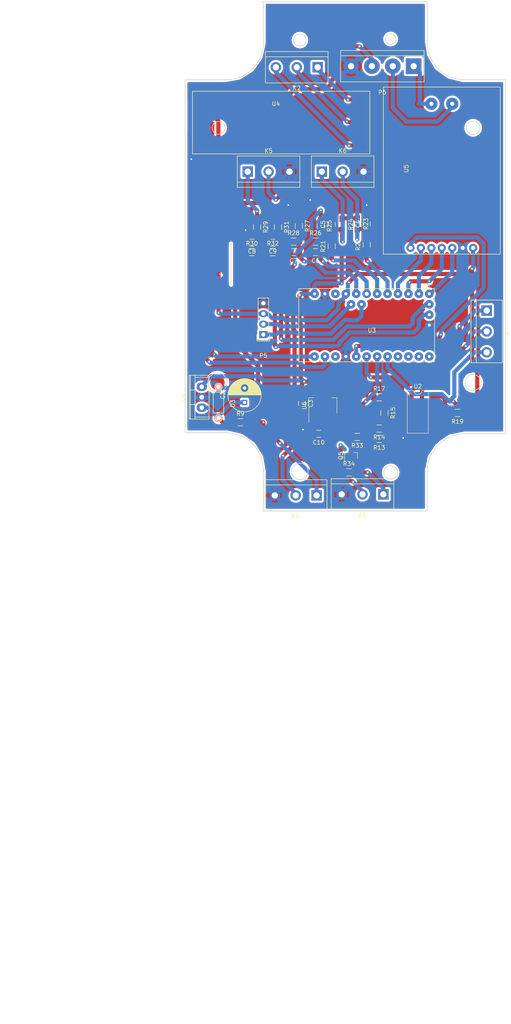
<source format=kicad_pcb>
(kicad_pcb (version 4) (host pcbnew 4.0.6)
  (layers (0 F.Cu signal) (31 B.Cu signal) (34 B.Paste user) (35 F.Paste user) (36 B.SilkS user) (37 F.SilkS user) (38 B.Mask user) (39 F.Mask user) (44 Edge.Cuts user))
  (net 0 "")
  (net 1 FuelLevel-)
  (net 2 "Net-(C2-Pad1)")
  (net 3 8V)
  (net 4 FuelLevel+)
  (net 5 CoolantTemp)
  (net 6 "Net-(C6-Pad1)")
  (net 7 "Net-(C7-Pad1)")
  (net 8 "Net-(C8-Pad1)")
  (net 9 "Net-(C9-Pad1)")
  (net 10 3V3)
  (net 11 "Net-(K2-Pad1)")
  (net 12 "Net-(K2-Pad2)")
  (net 13 "Net-(K2-Pad3)")
  (net 14 BatterySwitchedMCU+)
  (net 15 ExcitationMCU)
  (net 16 AlternatorB+)
  (net 17 ServiceBattery+)
  (net 18 OilPressure)
  (net 19 Flywheel+)
  (net 20 Flywheel-)
  (net 21 "Net-(P5-Pad1)")
  (net 22 "Net-(P5-Pad2)")
  (net 23 5V)
  (net 24 "Net-(P6-Pad1)")
  (net 25 "Net-(P6-Pad2)")
  (net 26 1-Wire)
  (net 27 "Net-(R15-Pad1)")
  (net 28 "Net-(R21-Pad1)")
  (net 29 "Net-(R22-Pad1)")
  (net 30 "Net-(SW1-Pad2)")
  (net 31 "Net-(SW2-Pad2)")
  (net 32 "Net-(SW3-Pad2)")
  (net 33 "Net-(SW4-Pad2)")
  (net 34 SCK)
  (net 35 MISO)
  (net 36 MISI)
  (net 37 CANCS)
  (net 38 TX)
  (net 39 RX)
  (net 40 CANINT)
  (net 41 "Net-(K1-Pad1)")
  (module Capacitors_ThroughHole:C_Radial_D8_L11.5_P3.5 (layer F.Cu) (at 157.48 121.666 90)
    (fp_text reference C2 (at 1.75 -5.3 90) (layer F.SilkS))
    (fp_text value 100uF)
    (pad 2 thru_hole circle (at 3.5 0 90) (size 1.3 1.3) (drill 0.8) (layers *.Cu *.Mask) (net 1 FuelLevel-))
    (pad 1 thru_hole rect (at 0 0 90) (size 1.3 1.3) (drill 0.8) (layers *.Cu *.Mask) (net 2 "Net-(C2-Pad1)"))
  )
  (module Capacitors_SMD:C_0805_HandSoldering (layer F.Cu) (at 171.45 121.92 270)
    (fp_text reference C3 (at 0 -2.1 270) (layer F.SilkS))
    (fp_text value 10nF)
    (pad 1 smd rect (at -1.25 0 270) (size 1.5 1.25) (layers F.Cu F.Paste F.Mask) (net 3 8V))
    (pad 2 smd rect (at 1.25 0 270) (size 1.5 1.25) (layers F.Cu F.Paste F.Mask) (net 1 FuelLevel-))
  )
  (module Capacitors_SMD:C_0805_HandSoldering (layer F.Cu) (at 187.198 78.232 90)
    (fp_text reference C4 (at 0 -2.1 90) (layer F.SilkS))
    (fp_text value 10nF)
    (pad 1 smd rect (at -1.25 0 90) (size 1.5 1.25) (layers F.Cu F.Paste F.Mask) (net 4 FuelLevel+))
    (pad 2 smd rect (at 1.25 0 90) (size 1.5 1.25) (layers F.Cu F.Paste F.Mask) (net 1 FuelLevel-))
  )
  (module Capacitors_SMD:C_0805_HandSoldering (layer F.Cu) (at 178.689 78.359 90)
    (fp_text reference C5 (at 0 -2.1 90) (layer F.SilkS))
    (fp_text value 10nF)
    (pad 1 smd rect (at -1.25 0 90) (size 1.5 1.25) (layers F.Cu F.Paste F.Mask) (net 5 CoolantTemp))
    (pad 2 smd rect (at 1.25 0 90) (size 1.5 1.25) (layers F.Cu F.Paste F.Mask) (net 1 FuelLevel-))
  )
  (module Capacitors_SMD:C_0805_HandSoldering (layer F.Cu) (at 174.752 85.09 180)
    (fp_text reference C6 (at 0 -2.1 180) (layer F.SilkS))
    (fp_text value 1nF)
    (pad 1 smd rect (at -1.25 0 180) (size 1.5 1.25) (layers F.Cu F.Paste F.Mask) (net 6 "Net-(C6-Pad1)"))
    (pad 2 smd rect (at 1.25 0 180) (size 1.5 1.25) (layers F.Cu F.Paste F.Mask) (net 1 FuelLevel-))
  )
  (module Capacitors_SMD:C_0805_HandSoldering (layer F.Cu) (at 169.418 85.09 180)
    (fp_text reference C7 (at 0 -2.1 180) (layer F.SilkS))
    (fp_text value 1nF)
    (pad 1 smd rect (at -1.25 0 180) (size 1.5 1.25) (layers F.Cu F.Paste F.Mask) (net 7 "Net-(C7-Pad1)"))
    (pad 2 smd rect (at 1.25 0 180) (size 1.5 1.25) (layers F.Cu F.Paste F.Mask) (net 1 FuelLevel-))
  )
  (module Capacitors_SMD:C_0805_HandSoldering (layer F.Cu) (at 159.258 82.804 180)
    (fp_text reference C8 (at 0 -2.1 180) (layer F.SilkS))
    (fp_text value 1nF)
    (pad 1 smd rect (at -1.25 0 180) (size 1.5 1.25) (layers F.Cu F.Paste F.Mask) (net 8 "Net-(C8-Pad1)"))
    (pad 2 smd rect (at 1.25 0 180) (size 1.5 1.25) (layers F.Cu F.Paste F.Mask) (net 1 FuelLevel-))
  )
  (module Capacitors_SMD:C_0805_HandSoldering (layer F.Cu) (at 164.338 82.804 180)
    (fp_text reference C9 (at 0 -2.1 180) (layer F.SilkS))
    (fp_text value 1nF)
    (pad 1 smd rect (at -1.25 0 180) (size 1.5 1.25) (layers F.Cu F.Paste F.Mask) (net 9 "Net-(C9-Pad1)"))
    (pad 2 smd rect (at 1.25 0 180) (size 1.5 1.25) (layers F.Cu F.Paste F.Mask) (net 1 FuelLevel-))
  )
  (module Capacitors_SMD:C_0805_HandSoldering (layer F.Cu) (at 175.514 129.286 180)
    (fp_text reference C10 (at 0 -2.1 180) (layer F.SilkS))
    (fp_text value 100nF)
    (pad 1 smd rect (at -1.25 0 180) (size 1.5 1.25) (layers F.Cu F.Paste F.Mask) (net 10 3V3))
    (pad 2 smd rect (at 1.25 0 180) (size 1.5 1.25) (layers F.Cu F.Paste F.Mask) (net 1 FuelLevel-))
  )
  (module Resistors_ThroughHole:Resistor_Horizontal_RM7mm (layer F.Cu) (at 151.13 117.856 270)
    (fp_text reference D3 (at 4.05892 -3.50012 270) (layer F.SilkS))
    (fp_text value 1N5819)
    (pad 1 thru_hole circle (at 0 0 270) (size 1.99898 1.99898) (drill 1.00076) (layers *.Cu *.SilkS *.Mask) (net 1 FuelLevel-))
    (pad 2 thru_hole circle (at 7.62 0 270) (size 1.99898 1.99898) (drill 1.00076) (layers *.Cu *.SilkS *.Mask) (net 2 "Net-(C2-Pad1)"))
  )
  (module Pin_Headers:Pin_Header_Straight_1x04 (layer F.Cu) (at 162.052 105.156 180)
    (fp_text reference P5 (at 0 -5.1 180) (layer F.SilkS))
    (fp_text value LCD)
    (pad 1 thru_hole rect (at 0 0 180) (size 2.032 1.7272) (drill 1.016) (layers *.Cu *.Mask) (net 21 "Net-(P5-Pad1)"))
    (pad 2 thru_hole oval (at 0 2.54 180) (size 2.032 1.7272) (drill 1.016) (layers *.Cu *.Mask) (net 22 "Net-(P5-Pad2)"))
    (pad 3 thru_hole oval (at 0 5.08 180) (size 2.032 1.7272) (drill 1.016) (layers *.Cu *.Mask) (net 23 5V))
    (pad 4 thru_hole oval (at 0 7.62 180) (size 2.032 1.7272) (drill 1.016) (layers *.Cu *.Mask) (net 1 FuelLevel-))
  )
  (module TO_SOT_Packages_SMD:SOT-23 (layer F.Cu) (at 183.388 134.62 90)
    (fp_text reference Q5 (at 0 -2.5 90) (layer F.SilkS))
    (fp_text value BSS138)
    (pad 1 smd rect (at -1 -0.95 90) (size 0.9 0.8) (layers F.Cu F.Paste F.Mask) (net 10 3V3))
    (pad 2 smd rect (at -1 0.95 90) (size 0.9 0.8) (layers F.Cu F.Paste F.Mask) (net 41 "Net-(K1-Pad1)"))
    (pad 3 smd rect (at 1 0 90) (size 0.9 0.8) (layers F.Cu F.Paste F.Mask) (net 26 1-Wire))
  )
  (module Resistors_SMD:R_0805_HandSoldering (layer F.Cu) (at 156.464 126.492)
    (fp_text reference R9 (at 0 -2.1) (layer F.SilkS))
    (fp_text value 10R)
    (pad 1 smd rect (at -1.35 0) (size 1.5 1.3) (layers F.Cu F.Paste F.Mask) (net 2 "Net-(C2-Pad1)"))
    (pad 2 smd rect (at 1.35 0) (size 1.5 1.3) (layers F.Cu F.Paste F.Mask) (net 14 BatterySwitchedMCU+))
  )
  (module Resistors_SMD:R_0805_HandSoldering (layer F.Cu) (at 190.246 130.556 180)
    (fp_text reference R13 (at 0 -2.1 180) (layer F.SilkS))
    (fp_text value 10K)
    (pad 1 smd rect (at -1.35 0 180) (size 1.5 1.3) (layers F.Cu F.Paste F.Mask) (net 23 5V))
    (pad 2 smd rect (at 1.35 0 180) (size 1.5 1.3) (layers F.Cu F.Paste F.Mask) (net 19 Flywheel+))
  )
  (module Resistors_SMD:R_0805_HandSoldering (layer F.Cu) (at 190.246 128.016 180)
    (fp_text reference R14 (at 0 -2.1 180) (layer F.SilkS))
    (fp_text value 10K)
    (pad 1 smd rect (at -1.35 0 180) (size 1.5 1.3) (layers F.Cu F.Paste F.Mask) (net 1 FuelLevel-))
    (pad 2 smd rect (at 1.35 0 180) (size 1.5 1.3) (layers F.Cu F.Paste F.Mask) (net 19 Flywheel+))
  )
  (module Resistors_SMD:R_0805_HandSoldering (layer F.Cu) (at 191.516 124.206 270)
    (fp_text reference R15 (at 0 -2.1 270) (layer F.SilkS))
    (fp_text value 22K)
    (pad 1 smd rect (at -1.35 0 270) (size 1.5 1.3) (layers F.Cu F.Paste F.Mask) (net 27 "Net-(R15-Pad1)"))
    (pad 2 smd rect (at 1.35 0 270) (size 1.5 1.3) (layers F.Cu F.Paste F.Mask) (net 19 Flywheel+))
  )
  (module Resistors_SMD:R_0805_HandSoldering (layer F.Cu) (at 190.246 120.396)
    (fp_text reference R17 (at 0 -2.1) (layer F.SilkS))
    (fp_text value 3.3K)
    (pad 1 smd rect (at -1.35 0) (size 1.5 1.3) (layers F.Cu F.Paste F.Mask) (net 23 5V))
    (pad 2 smd rect (at 1.35 0) (size 1.5 1.3) (layers F.Cu F.Paste F.Mask) (net 27 "Net-(R15-Pad1)"))
  )
  (module Resistors_SMD:R_0805_HandSoldering (layer F.Cu) (at 209.296 124.206 180)
    (fp_text reference R19 (at 0 -2.1 180) (layer F.SilkS))
    (fp_text value 10K)
    (pad 1 smd rect (at -1.35 0 180) (size 1.5 1.3) (layers F.Cu F.Paste F.Mask) (net 18 OilPressure))
    (pad 2 smd rect (at 1.35 0 180) (size 1.5 1.3) (layers F.Cu F.Paste F.Mask) (net 23 5V))
  )
  (module Resistors_SMD:R_0805_HandSoldering (layer F.Cu) (at 178.689 83.693 90)
    (fp_text reference R21 (at 0 -2.1 90) (layer F.SilkS))
    (fp_text value 100K)
    (pad 1 smd rect (at -1.35 0 90) (size 1.5 1.3) (layers F.Cu F.Paste F.Mask) (net 28 "Net-(R21-Pad1)"))
    (pad 2 smd rect (at 1.35 0 90) (size 1.5 1.3) (layers F.Cu F.Paste F.Mask) (net 5 CoolantTemp))
  )
  (module Resistors_SMD:R_0805_HandSoldering (layer F.Cu) (at 187.198 83.312 90)
    (fp_text reference R22 (at 0 -2.1 90) (layer F.SilkS))
    (fp_text value 100K)
    (pad 1 smd rect (at -1.35 0 90) (size 1.5 1.3) (layers F.Cu F.Paste F.Mask) (net 29 "Net-(R22-Pad1)"))
    (pad 2 smd rect (at 1.35 0 90) (size 1.5 1.3) (layers F.Cu F.Paste F.Mask) (net 4 FuelLevel+))
  )
  (module Resistors_SMD:R_0805_HandSoldering (layer F.Cu) (at 184.912 78.232 270)
    (fp_text reference R23 (at 0 -2.1 270) (layer F.SilkS))
    (fp_text value 1K)
    (pad 1 smd rect (at -1.35 0 270) (size 1.5 1.3) (layers F.Cu F.Paste F.Mask) (net 3 8V))
    (pad 2 smd rect (at 1.35 0 270) (size 1.5 1.3) (layers F.Cu F.Paste F.Mask) (net 4 FuelLevel+))
  )
  (module Resistors_SMD:R_0805_HandSoldering (layer F.Cu) (at 181.229 78.359 270)
    (fp_text reference R24 (at 0 -2.1 270) (layer F.SilkS))
    (fp_text value 1K)
    (pad 1 smd rect (at -1.35 0 270) (size 1.5 1.3) (layers F.Cu F.Paste F.Mask) (net 3 8V))
    (pad 2 smd rect (at 1.35 0 270) (size 1.5 1.3) (layers F.Cu F.Paste F.Mask) (net 5 CoolantTemp))
  )
  (module Resistors_SMD:R_0805_HandSoldering (layer F.Cu) (at 176.022 78.74 270)
    (fp_text reference R25 (at 0 -2.1 270) (layer F.SilkS))
    (fp_text value 1M)
    (pad 1 smd rect (at -1.35 0 270) (size 1.5 1.3) (layers F.Cu F.Paste F.Mask) (net 15 ExcitationMCU))
    (pad 2 smd rect (at 1.35 0 270) (size 1.5 1.3) (layers F.Cu F.Paste F.Mask) (net 6 "Net-(C6-Pad1)"))
  )
  (module Resistors_SMD:R_0805_HandSoldering (layer F.Cu) (at 174.752 82.55)
    (fp_text reference R26 (at 0 -2.1) (layer F.SilkS))
    (fp_text value 470K)
    (pad 1 smd rect (at -1.35 0) (size 1.5 1.3) (layers F.Cu F.Paste F.Mask) (net 1 FuelLevel-))
    (pad 2 smd rect (at 1.35 0) (size 1.5 1.3) (layers F.Cu F.Paste F.Mask) (net 6 "Net-(C6-Pad1)"))
  )
  (module Resistors_SMD:R_0805_HandSoldering (layer F.Cu) (at 170.688 78.74 270)
    (fp_text reference R27 (at 0 -2.1 270) (layer F.SilkS))
    (fp_text value 1M)
    (pad 1 smd rect (at -1.35 0 270) (size 1.5 1.3) (layers F.Cu F.Paste F.Mask) (net 17 ServiceBattery+))
    (pad 2 smd rect (at 1.35 0 270) (size 1.5 1.3) (layers F.Cu F.Paste F.Mask) (net 7 "Net-(C7-Pad1)"))
  )
  (module Resistors_SMD:R_0805_HandSoldering (layer F.Cu) (at 169.418 82.55)
    (fp_text reference R28 (at 0 -2.1) (layer F.SilkS))
    (fp_text value 470K)
    (pad 1 smd rect (at -1.35 0) (size 1.5 1.3) (layers F.Cu F.Paste F.Mask) (net 1 FuelLevel-))
    (pad 2 smd rect (at 1.35 0) (size 1.5 1.3) (layers F.Cu F.Paste F.Mask) (net 7 "Net-(C7-Pad1)"))
  )
  (module Resistors_SMD:R_0805_HandSoldering (layer F.Cu) (at 160.528 78.994 270)
    (fp_text reference R29 (at 0 -2.1 270) (layer F.SilkS))
    (fp_text value 1M)
    (pad 1 smd rect (at -1.35 0 270) (size 1.5 1.3) (layers F.Cu F.Paste F.Mask) (net 16 AlternatorB+))
    (pad 2 smd rect (at 1.35 0 270) (size 1.5 1.3) (layers F.Cu F.Paste F.Mask) (net 8 "Net-(C8-Pad1)"))
  )
  (module Resistors_SMD:R_0805_HandSoldering (layer F.Cu) (at 159.258 85.09)
    (fp_text reference R30 (at 0 -2.1) (layer F.SilkS))
    (fp_text value 470K)
    (pad 1 smd rect (at -1.35 0) (size 1.5 1.3) (layers F.Cu F.Paste F.Mask) (net 1 FuelLevel-))
    (pad 2 smd rect (at 1.35 0) (size 1.5 1.3) (layers F.Cu F.Paste F.Mask) (net 8 "Net-(C8-Pad1)"))
  )
  (module Resistors_SMD:R_0805_HandSoldering (layer F.Cu) (at 165.608 78.994 270)
    (fp_text reference R31 (at 0 -2.1 270) (layer F.SilkS))
    (fp_text value 1M)
    (pad 1 smd rect (at -1.35 0 270) (size 1.5 1.3) (layers F.Cu F.Paste F.Mask) (net 14 BatterySwitchedMCU+))
    (pad 2 smd rect (at 1.35 0 270) (size 1.5 1.3) (layers F.Cu F.Paste F.Mask) (net 9 "Net-(C9-Pad1)"))
  )
  (module Resistors_SMD:R_0805_HandSoldering (layer F.Cu) (at 164.338 85.09)
    (fp_text reference R32 (at 0 -2.1) (layer F.SilkS))
    (fp_text value 470K)
    (pad 1 smd rect (at -1.35 0) (size 1.5 1.3) (layers F.Cu F.Paste F.Mask) (net 1 FuelLevel-))
    (pad 2 smd rect (at 1.35 0) (size 1.5 1.3) (layers F.Cu F.Paste F.Mask) (net 9 "Net-(C9-Pad1)"))
  )
  (module Resistors_SMD:R_0805_HandSoldering (layer F.Cu) (at 184.912 130.048 180)
    (fp_text reference R33 (at 0 -2.1 180) (layer F.SilkS))
    (fp_text value 10K)
    (pad 1 smd rect (at -1.35 0 180) (size 1.5 1.3) (layers F.Cu F.Paste F.Mask) (net 23 5V))
    (pad 2 smd rect (at 1.35 0 180) (size 1.5 1.3) (layers F.Cu F.Paste F.Mask) (net 26 1-Wire))
  )
  (module Resistors_SMD:R_0805_HandSoldering (layer F.Cu) (at 182.88 138.684)
    (fp_text reference R34 (at 0 -2.1) (layer F.SilkS))
    (fp_text value 10K)
    (pad 1 smd rect (at -1.35 0) (size 1.5 1.3) (layers F.Cu F.Paste F.Mask) (net 10 3V3))
    (pad 2 smd rect (at 1.35 0) (size 1.5 1.3) (layers F.Cu F.Paste F.Mask) (net 41 "Net-(K1-Pad1)"))
  )
  (module Power_Integrations:TO-220 (layer F.Cu) (at 147.066 120.396 90)
    (fp_text reference U1 (at 0 -4.318 90) (layer F.SilkS))
    (fp_text value LM7808CT)
    (pad 2 thru_hole oval (at 0 0 90) (size 2.032 2.54) (drill 1.143) (layers *.Cu *.Mask) (net 1 FuelLevel-))
    (pad 3 thru_hole oval (at 2.54 0 90) (size 2.032 2.54) (drill 1.143) (layers *.Cu *.Mask) (net 3 8V))
    (pad 1 thru_hole oval (at -2.54 0 90) (size 2.032 2.54) (drill 1.143) (layers *.Cu *.Mask) (net 2 "Net-(C2-Pad1)"))
  )
  (module Housings_DIP:DIP-8_W7.62mm_SMD (layer F.Cu) (at 199.644 123.952)
    (fp_text reference U2 (at 0 -6.2) (layer F.SilkS))
    (fp_text value LM358)
    (pad 1 smd rect (at -3.81 -3.81) (size 2 1.78) (layers F.Cu F.Mask) (net 27 "Net-(R15-Pad1)"))
    (pad 5 smd rect (at 3.81 3.81) (size 2 1.78) (layers F.Cu F.Mask))
    (pad 2 smd rect (at -3.81 -1.27) (size 2 1.78) (layers F.Cu F.Mask) (net 20 Flywheel-))
    (pad 6 smd rect (at 3.81 1.27) (size 2 1.78) (layers F.Cu F.Mask))
    (pad 3 smd rect (at -3.81 1.27) (size 2 1.78) (layers F.Cu F.Mask) (net 19 Flywheel+))
    (pad 7 smd rect (at 3.81 -1.27) (size 2 1.78) (layers F.Cu F.Mask))
    (pad 4 smd rect (at -3.81 3.81) (size 2 1.78) (layers F.Cu F.Mask) (net 1 FuelLevel-))
    (pad 8 smd rect (at 3.81 -3.81) (size 2 1.78) (layers F.Cu F.Mask) (net 23 5V))
  )
  (module Divers:ArduinoProMini (layer F.Cu) (at 180.848 97.79)
    (fp_text reference U3 (at 7.62 6.35) (layer F.SilkS))
    (fp_text value ArdinoMinPro)
    (pad 20 thru_hole circle (at 3.81 -2.54) (size 2.1 2.1) (drill 0.762) (layers *.Cu *.Mask) (net 7 "Net-(C7-Pad1)"))
    (pad 22 thru_hole circle (at -1.27 -2.54) (size 2.1 2.1) (drill 0.762) (layers *.Cu *.Mask))
    (pad 3 thru_hole circle (at -1.27 12.7) (size 2.1 2.1) (drill 0.762) (layers *.Cu *.Mask))
    (pad 6 thru_hole circle (at 6.35 12.7) (size 2.1 2.1) (drill 0.762) (layers *.Cu *.Mask) (net 27 "Net-(R15-Pad1)"))
    (pad 7 thru_hole circle (at 8.89 12.7) (size 2.1 2.1) (drill 0.762) (layers *.Cu *.Mask) (net 26 1-Wire))
    (pad 8 thru_hole circle (at 11.43 12.7) (size 2.1 2.1) (drill 0.762) (layers *.Cu *.Mask) (net 18 OilPressure))
    (pad 24 thru_hole circle (at -6.35 -2.54) (size 2.1 2.1) (drill 0.762) (layers *.Cu *.Mask) (net 3 8V))
    (pad 23 thru_hole circle (at -3.81 -2.54) (size 2.1 2.1) (drill 0.762) (layers *.Cu *.Mask) (net 1 FuelLevel-))
    (pad 21 thru_hole circle (at 1.27 -2.54) (size 2.1 2.1) (drill 0.762) (layers *.Cu *.Mask) (net 23 5V))
    (pad 19 thru_hole circle (at 6.35 -2.54) (size 2.1 2.1) (drill 1) (layers *.Cu *.Mask) (net 6 "Net-(C6-Pad1)"))
    (pad 18 thru_hole circle (at 8.89 -2.54) (size 2.1 2.1) (drill 0.762) (layers *.Cu *.Mask) (net 28 "Net-(R21-Pad1)"))
    (pad 17 thru_hole circle (at 11.43 -2.54) (size 2.1 2.1) (drill 0.762) (layers *.Cu *.Mask) (net 29 "Net-(R22-Pad1)"))
    (pad 16 thru_hole circle (at 13.97 -2.54) (size 2.1 2.1) (drill 0.762) (layers *.Cu *.Mask) (net 34 SCK))
    (pad 15 thru_hole circle (at 16.51 -2.54) (size 2.1 2.1) (drill 0.762) (layers *.Cu *.Mask) (net 35 MISO))
    (pad 14 thru_hole circle (at 19.05 -2.54) (size 2.1 2.1) (drill 0.762) (layers *.Cu *.Mask) (net 36 MISI))
    (pad 13 thru_hole circle (at 21.59 -2.54) (size 2.1 2.1) (drill 0.762) (layers *.Cu *.Mask) (net 37 CANCS))
    (pad 1 thru_hole circle (at -6.35 12.7) (size 2.1 2.1) (drill 0.762) (layers *.Cu *.Mask) (net 38 TX))
    (pad 2 thru_hole circle (at -3.81 12.7) (size 2.1 2.1) (drill 0.762) (layers *.Cu *.Mask) (net 39 RX))
    (pad 5 thru_hole circle (at 3.81 12.7) (size 2.1 2.1) (drill 0.762) (layers *.Cu *.Mask) (net 40 CANINT))
    (pad 9 thru_hole circle (at 13.97 12.7) (size 2.1 2.1) (drill 0.762) (layers *.Cu *.Mask) (net 30 "Net-(SW1-Pad2)"))
    (pad 10 thru_hole circle (at 16.51 12.7) (size 2.1 2.1) (drill 0.762) (layers *.Cu *.Mask) (net 31 "Net-(SW2-Pad2)"))
    (pad 11 thru_hole circle (at 19.05 12.7) (size 2.1 2.1) (drill 0.762) (layers *.Cu *.Mask) (net 32 "Net-(SW3-Pad2)"))
    (pad 12 thru_hole circle (at 21.59 12.7) (size 2.1 2.1) (drill 0.762) (layers *.Cu *.Mask) (net 33 "Net-(SW4-Pad2)"))
    (pad A7 thru_hole circle (at 21.59 0) (size 2.1 2.1) (drill 0.762) (layers *.Cu *.Mask) (net 9 "Net-(C9-Pad1)"))
    (pad A6 thru_hole circle (at 21.59 2.54) (size 2.1 2.1) (drill 0.762) (layers *.Cu *.Mask) (net 8 "Net-(C8-Pad1)"))
    (pad 31 thru_hole circle (at 21.59 5.08) (size 2.1 2.1) (drill 0.762) (layers *.Cu *.Mask) (net 1 FuelLevel-))
    (pad A5 thru_hole circle (at 2.54 0) (size 2.1 2.1) (drill 0.762) (layers *.Cu *.Mask) (net 22 "Net-(P5-Pad2)"))
    (pad A4 thru_hole circle (at 5.08 0) (size 2.1 2.1) (drill 0.762) (layers *.Cu *.Mask) (net 21 "Net-(P5-Pad1)"))
    (pad 4 thru_hole circle (at 1.27 12.7) (size 2.1 2.1) (drill 0.762) (layers *.Cu *.Mask) (net 1 FuelLevel-))
  )
  (module Divers:RS485Board (layer F.Cu) (at 144.78 45.974)
    (fp_text reference U4 (at 20.32 3.048) (layer F.SilkS))
    (fp_text value RS485)
    (pad 7 smd rect (at 43.18 13.176) (size 4 3) (layers F.Cu F.Paste F.Mask) (net 13 "Net-(K2-Pad3)"))
    (pad 5 smd rect (at 43.18 2) (size 4 3) (layers F.Cu F.Paste F.Mask) (net 11 "Net-(K2-Pad1)"))
    (pad 6 smd rect (at 43.18 7.5) (size 4 3) (layers F.Cu F.Paste F.Mask) (net 12 "Net-(K2-Pad2)"))
    (pad 1 smd rect (at 0 11.12) (size 2 1.5) (layers F.Cu F.Paste F.Mask) (net 1 FuelLevel-))
    (pad 2 smd rect (at 0 8.58) (size 2 1.5) (layers F.Cu F.Paste F.Mask) (net 39 RX))
    (pad 3 smd rect (at 0 6.04) (size 2 1.5) (layers F.Cu F.Paste F.Mask) (net 38 TX))
    (pad 4 smd rect (at 0 3.5) (size 2 1.5) (layers F.Cu F.Paste F.Mask) (net 23 5V))
  )
  (module Divers:MCP2515Board (layer F.Cu) (at 191.262 85.598 90)
    (fp_text reference U5 (at 20.828 5.588 90) (layer F.SilkS))
    (fp_text value MCP2515Shield)
    (pad 8 thru_hole circle (at 36.576 11.684 90) (size 3 3) (drill 1) (layers *.Cu *.Mask) (net 24 "Net-(P6-Pad1)"))
    (pad 9 thru_hole circle (at 36.576 16.764 90) (size 3 3) (drill 1) (layers *.Cu *.Mask) (net 25 "Net-(P6-Pad2)"))
    (pad 7 thru_hole circle (at 1.524 21.844 90) (size 2 2) (drill 1) (layers *.Cu *.Mask) (net 23 5V))
    (pad 6 thru_hole circle (at 1.524 19.304 90) (size 2 2) (drill 1) (layers *.Cu *.Mask) (net 1 FuelLevel-))
    (pad 5 thru_hole circle (at 1.524 16.764 90) (size 2 2) (drill 1) (layers *.Cu *.Mask) (net 37 CANCS))
    (pad 1 thru_hole circle (at 1.524 6.604 90) (size 2 2) (drill 1) (layers *.Cu *.Mask) (net 40 CANINT))
    (pad 2 thru_hole circle (at 1.524 9.144 90) (size 2 2) (drill 1) (layers *.Cu *.Mask) (net 34 SCK))
    (pad 3 thru_hole circle (at 1.524 11.684 90) (size 2 2) (drill 1) (layers *.Cu *.Mask) (net 36 MISI))
    (pad 4 thru_hole circle (at 1.524 14.224 90) (size 2 2) (drill 1) (layers *.Cu *.Mask) (net 35 MISO))
  )
  (module TO_SOT_Packages_SMD:SOT-223 (layer F.Cu) (at 176.53 122.428 90)
    (fp_text reference U6 (at 0 -4.5 90) (layer F.SilkS))
    (fp_text value AMS1117-3v3)
    (pad 4 smd rect (at 3.15 0 90) (size 2 3.8) (layers F.Cu F.Paste F.Mask))
    (pad 2 smd rect (at -3.15 0 90) (size 2 1.5) (layers F.Cu F.Paste F.Mask) (net 10 3V3))
    (pad 3 smd rect (at -3.15 2.3 90) (size 2 1.5) (layers F.Cu F.Paste F.Mask) (net 3 8V))
    (pad 1 smd rect (at -3.15 -2.3 90) (size 2 1.5) (layers F.Cu F.Paste F.Mask) (net 1 FuelLevel-))
  )
  (module Connect:bornier3 (layer F.Cu) (at 186.182 144.018 180)
    (fp_text reference K1 (at 0 -5.08 180) (layer F.SilkS))
    (fp_text value 1Wire)
    (pad 1 thru_hole rect (at -5.08 0 180) (size 2.54 2.54) (drill 1.524) (layers *.Cu *.Mask) (net 41 "Net-(K1-Pad1)"))
    (pad 2 thru_hole circle (at 0 0 180) (size 2.54 2.54) (drill 1.524) (layers *.Cu *.Mask) (net 10 3V3))
    (pad 3 thru_hole circle (at 5.08 0 180) (size 2.54 2.54) (drill 1.524) (layers *.Cu *.Mask) (net 1 FuelLevel-))
  )
  (module Connect:bornier3 (layer F.Cu) (at 170.18 40.132 180)
    (fp_text reference K2 (at 0 -5.08 180) (layer F.SilkS))
    (fp_text value RS485)
    (pad 1 thru_hole rect (at -5.08 0 180) (size 2.54 2.54) (drill 1.524) (layers *.Cu *.Mask) (net 11 "Net-(K2-Pad1)"))
    (pad 2 thru_hole circle (at 0 0 180) (size 2.54 2.54) (drill 1.524) (layers *.Cu *.Mask) (net 12 "Net-(K2-Pad2)"))
    (pad 3 thru_hole circle (at 5.08 0 180) (size 2.54 2.54) (drill 1.524) (layers *.Cu *.Mask) (net 13 "Net-(K2-Pad3)"))
  )
  (module Connect:bornier3 (layer F.Cu) (at 169.926 144.272 180)
    (fp_text reference K4 (at 0 -5.08 180) (layer F.SilkS))
    (fp_text value ToRelays)
    (pad 1 thru_hole rect (at -5.08 0 180) (size 2.54 2.54) (drill 1.524) (layers *.Cu *.Mask) (net 14 BatterySwitchedMCU+))
    (pad 2 thru_hole circle (at 0 0 180) (size 2.54 2.54) (drill 1.524) (layers *.Cu *.Mask) (net 15 ExcitationMCU))
    (pad 3 thru_hole circle (at 5.08 0 180) (size 2.54 2.54) (drill 1.524) (layers *.Cu *.Mask) (net 1 FuelLevel-))
  )
  (module Connect:bornier3 (layer F.Cu) (at 163.322 65.532)
    (fp_text reference K5 (at 0 -5.08) (layer F.SilkS))
    (fp_text value AltBat)
    (pad 1 thru_hole rect (at -5.08 0) (size 2.54 2.54) (drill 1.524) (layers *.Cu *.Mask) (net 16 AlternatorB+))
    (pad 2 thru_hole circle (at 0 0) (size 2.54 2.54) (drill 1.524) (layers *.Cu *.Mask) (net 17 ServiceBattery+))
    (pad 3 thru_hole circle (at 5.08 0) (size 2.54 2.54) (drill 1.524) (layers *.Cu *.Mask) (net 1 FuelLevel-))
  )
  (module Connect:bornier3 (layer F.Cu) (at 181.356 65.532)
    (fp_text reference K6 (at 0 -5.08) (layer F.SilkS))
    (fp_text value CoolantFuel)
    (pad 1 thru_hole rect (at -5.08 0) (size 2.54 2.54) (drill 1.524) (layers *.Cu *.Mask) (net 5 CoolantTemp))
    (pad 2 thru_hole circle (at 0 0) (size 2.54 2.54) (drill 1.524) (layers *.Cu *.Mask) (net 4 FuelLevel+))
    (pad 3 thru_hole circle (at 5.08 0) (size 2.54 2.54) (drill 1.524) (layers *.Cu *.Mask) (net 1 FuelLevel-))
  )
  (module Connect:bornier3 (layer F.Cu) (at 216.408 104.394 270)
    (fp_text reference K7 (at 0 -5.08 270) (layer F.SilkS))
    (fp_text value FlyOil)
    (pad 1 thru_hole rect (at -5.08 0 270) (size 2.54 2.54) (drill 1.524) (layers *.Cu *.Mask) (net 20 Flywheel-))
    (pad 2 thru_hole circle (at 0 0 270) (size 2.54 2.54) (drill 1.524) (layers *.Cu *.Mask) (net 19 Flywheel+))
    (pad 3 thru_hole circle (at 5.08 0 270) (size 2.54 2.54) (drill 1.524) (layers *.Cu *.Mask) (net 18 OilPressure))
  )
  (module Connect:bornier4 (layer F.Cu) (at 191.008 39.878 180)
    (fp_text reference P6 (at 0 -6.35 180) (layer F.SilkS))
    (fp_text value J1939)
    (pad 2 thru_hole circle (at -2.54 0 180) (size 3.81 3.81) (drill 1.524) (layers *.Cu *.Mask) (net 25 "Net-(P6-Pad2)"))
    (pad 3 thru_hole circle (at 2.54 0 180) (size 3.81 3.81) (drill 1.524) (layers *.Cu *.Mask) (net 14 BatterySwitchedMCU+))
    (pad 1 thru_hole rect (at -7.62 0 180) (size 3.81 3.81) (drill 1.524) (layers *.Cu *.Mask) (net 24 "Net-(P6-Pad1)"))
    (pad 4 thru_hole circle (at 7.62 0 180) (size 3.81 3.81) (drill 1.524) (layers *.Cu *.Mask) (net 1 FuelLevel-))
  )
  (gr_circle (center 151.13 54.864) (end 152.654 54.61) (layer Edge.Cuts) (width 0.15))
  (gr_circle (center 150.876 116.84) (end 152.654 115.316) (layer Edge.Cuts) (width 0.15))
  (gr_circle (center 170.942 138.43) (end 172.466 137.16) (layer Edge.Cuts) (width 0.15))
  (gr_circle (center 193.04 138.684) (end 194.056 137.414) (layer Edge.Cuts) (width 0.15))
  (gr_circle (center 213.106 116.84) (end 213.868 115.062) (layer Edge.Cuts) (width 0.15))
  (gr_circle (center 213.106 54.864) (end 214.122 53.594) (layer Edge.Cuts) (width 0.15))
  (gr_circle (center 170.942 33.528) (end 172.212 32.766) (layer Edge.Cuts) (width 0.15))
  (gr_circle (center 193.04 33.274) (end 194.056 32.512) (layer Edge.Cuts) (width 0.15))
  (gr_line (start 211.074 129.286) (end 220.98 129.286) (angle 90) (layer Edge.Cuts) (width 0.15))
  (gr_line (start 143.002 43.18) (end 143.002 129.032) (angle 90) (layer Edge.Cuts) (width 0.15))
  (gr_line (start 143.002 129.032) (end 153.162 129.032) (angle 90) (layer Edge.Cuts) (width 0.15))
  (gr_arc (start 211.074 138.43) (end 201.93 138.43) (angle 90) (layer Edge.Cuts) (width 0.15))
  (gr_arc (start 152.908 138.176) (end 153.162 129.032) (angle 90) (layer Edge.Cuts) (width 0.15))
  (gr_arc (start 152.908 34.036) (end 162.052 34.29) (angle 90) (layer Edge.Cuts) (width 0.15))
  (gr_arc (start 211.074 34.036) (end 210.566 43.18) (angle 90) (layer Edge.Cuts) (width 0.15))
  (gr_line (start 220.98 43.18) (end 220.98 129.286) (angle 90) (layer Edge.Cuts) (width 0.15))
  (gr_line (start 154.178 83.058) (end 154.178 92.964) (angle 90) (layer Edge.Cuts) (width 0.15))
  (gr_line (start 151.384 90.424) (end 151.638 90.678) (angle 90) (layer Edge.Cuts) (width 0.15))
  (gr_line (start 201.93 138.176) (end 201.93 148.082) (angle 90) (layer Edge.Cuts) (width 0.15))
  (gr_line (start 201.93 148.082) (end 161.798 148.082) (angle 90) (layer Edge.Cuts) (width 0.15))
  (gr_line (start 201.93 137.922) (end 201.93 148.082) (angle 90) (layer Edge.Cuts) (width 0.15))
  (gr_line (start 201.93 148.082) (end 162.052 148.082) (angle 90) (layer Edge.Cuts) (width 0.15))
  (gr_line (start 162.052 148.082) (end 162.052 138.176) (angle 90) (layer Edge.Cuts) (width 0.15))
  (gr_line (start 162.052 34.29) (end 162.052 24.13) (angle 90) (layer Edge.Cuts) (width 0.15))
  (gr_line (start 161.798 24.13) (end 201.93 24.13) (angle 90) (layer Edge.Cuts) (width 0.15))
  (gr_line (start 201.93 24.13) (end 201.93 34.036) (angle 90) (layer Edge.Cuts) (width 0.15))
  (gr_line (start 152.908 43.18) (end 143.002 43.18) (angle 90) (layer Edge.Cuts) (width 0.15))
  (gr_line (start 210.566 43.18) (end 220.98 43.18) (angle 90) (layer Edge.Cuts) (width 0.15))
  (gr_line (start 220.98 43.18) (end 220.98 42.926) (angle 90) (layer Edge.Cuts) (width 0.15))
  (segment (start 186.436 65.532) (end 190.246 65.532) (width 1) (layer B.Cu) (net 1))
  (segment (start 187.96 44.45) (end 183.388 39.878) (width 1) (layer B.Cu) (net 1))
  (segment (start 190.754 44.45) (end 187.96 44.45) (width 1) (layer B.Cu) (net 1))
  (segment (start 191.516 45.212) (end 190.754 44.45) (width 1) (layer B.Cu) (net 1))
  (segment (start 191.516 64.262) (end 191.516 45.212) (width 1) (layer B.Cu) (net 1))
  (segment (start 190.246 65.532) (end 191.516 64.262) (width 1) (layer B.Cu) (net 1))
  (segment (start 168.402 65.532) (end 168.402 73.406) (width 1) (layer B.Cu) (net 1))
  (segment (start 168.402 73.406) (end 167.722338 74.085662) (width 1) (layer B.Cu) (net 1))
  (segment (start 187.198 76.982) (end 187.198 73.66) (width 1) (layer F.Cu) (net 1))
  (segment (start 186.436 72.898) (end 186.436 65.532) (width 1) (layer B.Cu) (net 1))
  (segment (start 187.198 73.66) (end 186.436 72.898) (width 1) (layer B.Cu) (net 1))
  (via (at 187.198 73.66) (size 0.6) (drill 0.4) (layers F.Cu B.Cu) (net 1))
  (segment (start 162.941 121.031) (end 162.941 118.11) (width 1) (layer B.Cu) (net 1))
  (segment (start 163.068 118.364) (end 163.068 118.11) (width 1) (layer B.Cu) (net 1))
  (segment (start 163.068 118.237) (end 163.068 118.364) (width 1) (layer B.Cu) (net 1))
  (segment (start 162.941 118.11) (end 163.068 118.237) (width 1) (layer B.Cu) (net 1))
  (segment (start 164.846 144.272) (end 164.846 132.588) (width 1) (layer B.Cu) (net 1))
  (segment (start 164.846 132.588) (end 160.02 127.762) (width 1) (layer B.Cu) (net 1))
  (segment (start 181.102 144.018) (end 181.102 143.002) (width 1) (layer B.Cu) (net 1))
  (segment (start 181.102 143.002) (end 176.784 138.684) (width 1) (layer B.Cu) (net 1))
  (segment (start 176.784 138.684) (end 176.784 133.604) (width 1) (layer B.Cu) (net 1))
  (segment (start 176.784 133.604) (end 178.435 131.953) (width 1) (layer B.Cu) (net 1))
  (segment (start 170.18 130.048) (end 170.18 129.794) (width 1) (layer B.Cu) (net 1))
  (segment (start 172.72 129.286) (end 174.264 129.286) (width 1) (layer F.Cu) (net 1))
  (segment (start 171.704 128.27) (end 172.72 129.286) (width 1) (layer F.Cu) (net 1))
  (via (at 171.704 128.27) (size 0.6) (drill 0.4) (layers F.Cu B.Cu) (net 1))
  (segment (start 170.18 129.794) (end 171.704 128.27) (width 1) (layer B.Cu) (net 1))
  (segment (start 196.088 130.302) (end 195.834 130.302) (width 1) (layer B.Cu) (net 1))
  (segment (start 195.834 130.048) (end 196.088 130.302) (width 1) (layer F.Cu) (net 1))
  (via (at 196.088 130.302) (size 0.6) (drill 0.4) (layers F.Cu B.Cu) (net 1))
  (segment (start 195.834 127.762) (end 195.834 130.048) (width 1) (layer F.Cu) (net 1))
  (segment (start 182.626 129.794) (end 179.959 129.794) (width 1) (layer B.Cu) (net 1))
  (segment (start 186.944 134.112) (end 182.626 129.794) (width 1) (layer B.Cu) (net 1))
  (segment (start 192.024 134.112) (end 186.944 134.112) (width 1) (layer B.Cu) (net 1))
  (segment (start 195.834 130.302) (end 192.024 134.112) (width 1) (layer B.Cu) (net 1))
  (segment (start 179.959 123.317) (end 179.959 129.794) (width 1) (layer B.Cu) (net 1))
  (segment (start 179.959 129.794) (end 179.959 130.429) (width 1) (layer B.Cu) (net 1))
  (segment (start 179.959 130.429) (end 178.435 131.953) (width 1) (layer B.Cu) (net 1))
  (segment (start 162.306 130.048) (end 170.18 130.048) (width 1) (layer B.Cu) (net 1))
  (segment (start 170.18 130.048) (end 176.53 130.048) (width 1) (layer B.Cu) (net 1))
  (segment (start 176.53 130.048) (end 178.435 131.953) (width 1) (layer B.Cu) (net 1))
  (segment (start 160.02 123.952) (end 162.941 121.031) (width 1) (layer B.Cu) (net 1))
  (segment (start 162.941 121.031) (end 163.068 120.904) (width 1) (layer B.Cu) (net 1))
  (segment (start 160.02 127.762) (end 160.02 123.952) (width 1) (layer B.Cu) (net 1))
  (segment (start 162.306 130.048) (end 160.02 127.762) (width 1) (layer B.Cu) (net 1))
  (segment (start 145.669 97.917) (end 145.669 63.627) (width 1) (layer B.Cu) (net 1))
  (segment (start 144.78 62.23) (end 144.78 57.094) (width 1) (layer F.Cu) (net 1))
  (segment (start 144.526 62.484) (end 144.78 62.23) (width 1) (layer F.Cu) (net 1))
  (via (at 144.526 62.484) (size 0.6) (drill 0.4) (layers F.Cu B.Cu) (net 1))
  (segment (start 145.669 63.627) (end 144.526 62.484) (width 1) (layer B.Cu) (net 1))
  (segment (start 162.052 97.536) (end 146.05 97.536) (width 1) (layer B.Cu) (net 1))
  (segment (start 145.542 120.396) (end 147.066 120.396) (width 1) (layer B.Cu) (net 1))
  (segment (start 144.272 119.126) (end 145.542 120.396) (width 1) (layer B.Cu) (net 1))
  (segment (start 144.272 99.314) (end 144.272 119.126) (width 1) (layer B.Cu) (net 1))
  (segment (start 146.05 97.536) (end 145.669 97.917) (width 1) (layer B.Cu) (net 1))
  (segment (start 145.669 97.917) (end 144.272 99.314) (width 1) (layer B.Cu) (net 1))
  (segment (start 179.959 123.317) (end 182.118 121.158) (width 1) (layer B.Cu) (net 1))
  (segment (start 168.068 75.772) (end 168.068 82.55) (width 1) (layer F.Cu) (net 1))
  (segment (start 173.482 74.93) (end 173.482 72.39) (width 1) (layer B.Cu) (net 1))
  (segment (start 162.052 80.518) (end 158.496 80.518) (width 1) (layer B.Cu) (net 1))
  (segment (start 158.008 80.03) (end 158.008 82.804) (width 1) (layer F.Cu) (net 1))
  (segment (start 157.734 79.756) (end 158.008 80.03) (width 1) (layer F.Cu) (net 1))
  (via (at 157.734 79.756) (size 0.6) (drill 0.4) (layers F.Cu B.Cu) (net 1))
  (segment (start 158.496 80.518) (end 157.734 79.756) (width 1) (layer B.Cu) (net 1))
  (segment (start 162.052 97.536) (end 162.052 80.518) (width 1) (layer B.Cu) (net 1))
  (segment (start 162.052 80.518) (end 162.052 80.264) (width 1) (layer B.Cu) (net 1))
  (segment (start 163.088 79.268) (end 163.088 82.804) (width 1) (layer F.Cu) (net 1))
  (segment (start 163.068 79.248) (end 163.088 79.268) (width 1) (layer F.Cu) (net 1))
  (via (at 163.068 79.248) (size 0.6) (drill 0.4) (layers F.Cu B.Cu) (net 1))
  (segment (start 162.052 80.264) (end 163.068 79.248) (width 1) (layer B.Cu) (net 1))
  (segment (start 182.118 110.49) (end 182.118 121.158) (width 1) (layer B.Cu) (net 1))
  (segment (start 173.482 72.39) (end 174.752 72.39) (width 1) (layer F.Cu) (net 1))
  (via (at 173.482 72.39) (size 0.6) (drill 0.4) (layers F.Cu B.Cu) (net 1))
  (segment (start 177.038 95.25) (end 177.038 98.877994) (width 1) (layer B.Cu) (net 1))
  (segment (start 166.624 97.536) (end 162.052 97.536) (width 1) (layer B.Cu) (net 1))
  (segment (start 169.235994 100.147994) (end 166.624 97.536) (width 1) (layer B.Cu) (net 1))
  (segment (start 175.768 100.147994) (end 169.235994 100.147994) (width 1) (layer B.Cu) (net 1))
  (segment (start 177.038 98.877994) (end 175.768 100.147994) (width 1) (layer B.Cu) (net 1))
  (segment (start 202.438 102.87) (end 202.438 104.394) (width 1) (layer B.Cu) (net 1))
  (segment (start 182.118 107.696) (end 182.118 110.49) (width 1) (layer B.Cu) (net 1))
  (segment (start 183.642 106.172) (end 182.118 107.696) (width 1) (layer B.Cu) (net 1))
  (segment (start 200.66 106.172) (end 183.642 106.172) (width 1) (layer B.Cu) (net 1))
  (segment (start 202.438 104.394) (end 200.66 106.172) (width 1) (layer B.Cu) (net 1))
  (segment (start 171.45 125.222) (end 171.45 123.17) (width 1) (layer F.Cu) (net 1))
  (segment (start 151.13 117.856) (end 151.13 119.126) (width 1) (layer B.Cu) (net 1))
  (segment (start 151.13 119.126) (end 149.86 120.396) (width 1) (layer B.Cu) (net 1))
  (segment (start 149.86 120.396) (end 147.066 120.396) (width 1) (layer B.Cu) (net 1))
  (segment (start 157.48 118.166) (end 151.44 118.166) (width 1) (layer B.Cu) (net 1))
  (segment (start 151.44 118.166) (end 151.13 117.856) (width 1) (layer B.Cu) (net 1))
  (segment (start 164.084 118.11) (end 163.068 118.11) (width 1) (layer B.Cu) (net 1))
  (segment (start 163.068 118.11) (end 157.536 118.11) (width 1) (layer B.Cu) (net 1))
  (segment (start 157.536 118.11) (end 157.48 118.166) (width 1) (layer B.Cu) (net 1))
  (segment (start 174.264 129.286) (end 173.99 129.286) (width 1) (layer F.Cu) (net 1))
  (segment (start 174.23 125.578) (end 174.23 129.252) (width 1) (layer F.Cu) (net 1))
  (segment (start 174.23 129.252) (end 174.264 129.286) (width 1) (layer F.Cu) (net 1))
  (segment (start 158.008 82.804) (end 158.008 84.99) (width 1) (layer F.Cu) (net 1))
  (segment (start 158.008 84.99) (end 157.908 85.09) (width 1) (layer F.Cu) (net 1))
  (segment (start 162.988 85.09) (end 162.988 82.904) (width 1) (layer F.Cu) (net 1))
  (segment (start 162.988 82.904) (end 163.088 82.804) (width 1) (layer F.Cu) (net 1))
  (segment (start 168.168 85.09) (end 168.168 82.65) (width 1) (layer F.Cu) (net 1))
  (segment (start 168.168 82.65) (end 168.068 82.55) (width 1) (layer F.Cu) (net 1))
  (segment (start 173.402 82.55) (end 173.402 72.564) (width 1) (layer F.Cu) (net 1))
  (segment (start 173.576 72.39) (end 174.752 72.39) (width 1) (layer F.Cu) (net 1))
  (segment (start 174.752 72.39) (end 178.562 72.39) (width 1) (layer F.Cu) (net 1))
  (segment (start 173.402 72.564) (end 173.576 72.39) (width 1) (layer F.Cu) (net 1))
  (segment (start 173.502 85.09) (end 173.502 82.65) (width 1) (layer F.Cu) (net 1))
  (segment (start 173.502 82.65) (end 173.402 82.55) (width 1) (layer F.Cu) (net 1))
  (segment (start 187.198 76.982) (end 187.198 76.2) (width 1) (layer F.Cu) (net 1))
  (segment (start 187.198 76.2) (end 185.928 74.93) (width 1) (layer F.Cu) (net 1))
  (segment (start 178.689 76.073) (end 178.689 77.109) (width 1) (layer F.Cu) (net 1))
  (segment (start 202.438 102.87) (end 204.47 102.87) (width 1) (layer B.Cu) (net 1))
  (segment (start 210.566 96.774) (end 210.566 84.074) (width 1) (layer B.Cu) (net 1))
  (segment (start 204.47 102.87) (end 210.566 96.774) (width 1) (layer B.Cu) (net 1))
  (segment (start 191.596 128.016) (end 195.58 128.016) (width 1) (layer F.Cu) (net 1))
  (segment (start 195.58 128.016) (end 195.834 127.762) (width 1) (layer F.Cu) (net 1))
  (segment (start 163.068 79.248) (end 163.068 75.692) (width 1) (layer B.Cu) (net 1))
  (segment (start 171.367662 77.044338) (end 173.482 74.93) (width 1) (layer B.Cu) (net 1))
  (segment (start 169.919014 77.044338) (end 171.367662 77.044338) (width 1) (layer B.Cu) (net 1))
  (segment (start 163.068 75.692) (end 164.084 74.676) (width 1) (layer B.Cu) (net 1))
  (segment (start 178.562 72.39) (end 179.832 74.93) (width 1) (layer F.Cu) (net 1))
  (segment (start 185.928 74.93) (end 179.832 74.93) (width 1) (layer F.Cu) (net 1))
  (segment (start 179.832 74.93) (end 178.689 76.073) (width 1) (layer F.Cu) (net 1))
  (segment (start 167.722338 74.847662) (end 167.722338 74.085662) (width 1) (layer B.Cu) (net 1))
  (segment (start 168.148 75.692) (end 168.068 75.772) (width 1) (layer F.Cu) (net 1))
  (segment (start 168.148 73.66) (end 168.148 75.692) (width 1) (layer F.Cu) (net 1))
  (via (at 168.148 73.66) (size 0.6) (drill 0.4) (layers F.Cu B.Cu) (net 1))
  (segment (start 167.722338 74.085662) (end 168.148 73.66) (width 1) (layer B.Cu) (net 1))
  (segment (start 167.550676 74.676) (end 167.722338 74.847662) (width 1) (layer B.Cu) (net 1))
  (segment (start 167.722338 74.847662) (end 169.919014 77.044338) (width 1) (layer B.Cu) (net 1))
  (segment (start 164.084 74.676) (end 167.550676 74.676) (width 1) (layer B.Cu) (net 1))
  (segment (start 174.23 125.578) (end 171.806 125.578) (width 1) (layer F.Cu) (net 1))
  (segment (start 171.806 125.578) (end 171.45 125.222) (width 1) (layer F.Cu) (net 1))
  (segment (start 155.114 126.492) (end 152.146 126.492) (width 1) (layer F.Cu) (net 2))
  (segment (start 152.146 126.492) (end 151.13 125.476) (width 1) (layer F.Cu) (net 2))
  (segment (start 151.13 125.476) (end 151.13 124.968) (width 1) (layer B.Cu) (net 2))
  (segment (start 151.13 124.968) (end 154.432 121.666) (width 1) (layer B.Cu) (net 2))
  (segment (start 154.432 121.666) (end 157.48 121.666) (width 1) (layer B.Cu) (net 2))
  (segment (start 147.066 122.936) (end 148.59 122.936) (width 1) (layer B.Cu) (net 2))
  (segment (start 148.59 122.936) (end 151.13 125.476) (width 1) (layer B.Cu) (net 2))
  (segment (start 174.498 95.25) (end 171.196 95.25) (width 1) (layer B.Cu) (net 3))
  (segment (start 171.148004 115.776004) (end 171.958 116.586) (width 1) (layer F.Cu) (net 3))
  (segment (start 171.148004 102.568004) (end 171.148004 115.776004) (width 1) (layer F.Cu) (net 3))
  (segment (start 170.846008 102.266008) (end 171.148004 102.568004) (width 1) (layer F.Cu) (net 3))
  (segment (start 170.846008 95.599992) (end 170.846008 102.266008) (width 1) (layer F.Cu) (net 3))
  (segment (start 170.942 95.504) (end 170.846008 95.599992) (width 1) (layer F.Cu) (net 3))
  (via (at 170.942 95.504) (size 0.6) (drill 0.4) (layers F.Cu B.Cu) (net 3))
  (segment (start 171.196 95.25) (end 170.942 95.504) (width 1) (layer B.Cu) (net 3))
  (via (at 171.958 116.586) (size 0.6) (drill 0.4) (layers F.Cu B.Cu) (net 3))
  (segment (start 171.704 116.332) (end 171.958 116.586) (width 1) (layer B.Cu) (net 3))
  (segment (start 171.704 116.332) (end 162.052 116.332) (width 1) (layer B.Cu) (net 3))
  (segment (start 162.052 116.332) (end 161.036 115.316) (width 1) (layer B.Cu) (net 3))
  (segment (start 161.036 115.316) (end 149.352 115.316) (width 1) (layer B.Cu) (net 3))
  (segment (start 147.066 117.602) (end 149.352 115.316) (width 1) (layer B.Cu) (net 3))
  (segment (start 171.45 120.67) (end 171.45 117.094) (width 1) (layer F.Cu) (net 3))
  (segment (start 171.45 117.094) (end 171.958 116.586) (width 1) (layer F.Cu) (net 3))
  (segment (start 181.254 125.578) (end 178.83 125.578) (width 1) (layer F.Cu) (net 3))
  (segment (start 181.61 125.222) (end 181.254 125.578) (width 1) (layer F.Cu) (net 3))
  (segment (start 181.61 117.094) (end 181.61 125.222) (width 1) (layer F.Cu) (net 3))
  (segment (start 181.102 116.586) (end 181.61 117.094) (width 1) (layer F.Cu) (net 3))
  (segment (start 171.958 116.586) (end 181.102 116.586) (width 1) (layer F.Cu) (net 3))
  (segment (start 183.134 76.882) (end 183.134 83.82) (width 1) (layer F.Cu) (net 3))
  (segment (start 174.498 93.218) (end 174.498 95.25) (width 1) (layer B.Cu) (net 3))
  (segment (start 175.006 92.71) (end 174.498 93.218) (width 1) (layer B.Cu) (net 3))
  (segment (start 181.102 92.71) (end 175.006 92.71) (width 1) (layer B.Cu) (net 3))
  (via (at 181.102 92.71) (size 0.6) (drill 0.4) (layers F.Cu B.Cu) (net 3))
  (segment (start 181.102 85.852) (end 181.102 92.71) (width 1) (layer F.Cu) (net 3))
  (segment (start 183.134 83.82) (end 181.102 85.852) (width 1) (layer F.Cu) (net 3))
  (segment (start 147.066 117.856) (end 147.066 117.602) (width 1) (layer B.Cu) (net 3))
  (segment (start 184.912 76.882) (end 183.134 76.882) (width 1) (layer F.Cu) (net 3))
  (segment (start 183.134 76.882) (end 181.356 76.882) (width 1) (layer F.Cu) (net 3))
  (segment (start 181.356 76.882) (end 181.229 77.009) (width 1) (layer F.Cu) (net 3))
  (segment (start 181.356 65.532) (end 181.356 68.834) (width 1) (layer B.Cu) (net 4))
  (segment (start 184.912 82.042) (end 184.912 79.582) (width 1) (layer F.Cu) (net 4))
  (via (at 184.912 82.042) (size 0.6) (drill 0.4) (layers F.Cu B.Cu) (net 4))
  (segment (start 184.912 72.39) (end 184.912 82.042) (width 1) (layer B.Cu) (net 4))
  (segment (start 181.356 68.834) (end 184.912 72.39) (width 1) (layer B.Cu) (net 4))
  (segment (start 187.198 79.482) (end 185.012 79.482) (width 1) (layer F.Cu) (net 4))
  (segment (start 185.012 79.482) (end 184.912 79.582) (width 1) (layer F.Cu) (net 4))
  (segment (start 187.198 81.962) (end 187.198 79.482) (width 1) (layer F.Cu) (net 4))
  (segment (start 176.276 65.532) (end 176.276 67.31) (width 1) (layer B.Cu) (net 5))
  (via (at 181.356 82.55) (size 0.6) (drill 0.4) (layers F.Cu B.Cu) (net 5))
  (segment (start 181.356 82.55) (end 181.229 82.423) (width 1) (layer F.Cu) (net 5))
  (segment (start 181.229 82.423) (end 181.229 79.709) (width 1) (layer F.Cu) (net 5))
  (segment (start 181.356 72.39) (end 181.356 82.55) (width 1) (layer B.Cu) (net 5))
  (segment (start 176.276 67.31) (end 181.356 72.39) (width 1) (layer B.Cu) (net 5))
  (segment (start 178.689 79.609) (end 181.129 79.609) (width 1) (layer F.Cu) (net 5))
  (segment (start 181.129 79.609) (end 181.229 79.709) (width 1) (layer F.Cu) (net 5))
  (segment (start 178.689 82.343) (end 178.689 79.609) (width 1) (layer F.Cu) (net 5))
  (segment (start 176.102 82.55) (end 176.102 80.01) (width 1) (layer F.Cu) (net 6))
  (segment (start 176.002 85.09) (end 176.002 82.65) (width 1) (layer F.Cu) (net 6))
  (segment (start 176.002 82.65) (end 176.102 82.55) (width 1) (layer F.Cu) (net 6))
  (segment (start 187.198 95.25) (end 187.198 92.291324) (width 1) (layer B.Cu) (net 6))
  (segment (start 176.002 86.848) (end 176.002 85.09) (width 1) (layer F.Cu) (net 6))
  (segment (start 176.53 87.376) (end 176.002 86.848) (width 1) (layer F.Cu) (net 6))
  (via (at 176.53 87.376) (size 0.6) (drill 0.4) (layers F.Cu B.Cu) (net 6))
  (segment (start 177.776002 88.622002) (end 176.53 87.376) (width 1) (layer B.Cu) (net 6))
  (segment (start 183.528678 88.622002) (end 177.776002 88.622002) (width 1) (layer B.Cu) (net 6))
  (segment (start 187.198 92.291324) (end 183.528678 88.622002) (width 1) (layer B.Cu) (net 6))
  (segment (start 170.768 82.55) (end 170.768 80.17) (width 1) (layer F.Cu) (net 7))
  (segment (start 170.768 80.17) (end 170.688 80.09) (width 1) (layer F.Cu) (net 7))
  (segment (start 170.668 85.09) (end 170.668 82.65) (width 1) (layer F.Cu) (net 7))
  (segment (start 170.668 82.65) (end 170.768 82.55) (width 1) (layer F.Cu) (net 7))
  (segment (start 184.658 95.25) (end 184.658 91.872648) (width 1) (layer B.Cu) (net 7))
  (segment (start 170.668 86.086) (end 170.668 85.09) (width 1) (layer F.Cu) (net 7))
  (segment (start 171.958 87.376) (end 170.668 86.086) (width 1) (layer F.Cu) (net 7))
  (via (at 171.958 87.376) (size 0.6) (drill 0.4) (layers F.Cu B.Cu) (net 7))
  (segment (start 174.408676 87.376) (end 171.958 87.376) (width 1) (layer B.Cu) (net 7))
  (segment (start 177.15468 90.122004) (end 174.408676 87.376) (width 1) (layer B.Cu) (net 7))
  (segment (start 182.907356 90.122004) (end 177.15468 90.122004) (width 1) (layer B.Cu) (net 7))
  (segment (start 184.658 91.872648) (end 182.907356 90.122004) (width 1) (layer B.Cu) (net 7))
  (segment (start 180.594 107.098676) (end 180.594 107.442) (width 1) (layer B.Cu) (net 8))
  (segment (start 201.168 100.33) (end 199.898 101.6) (width 1) (layer B.Cu) (net 8))
  (segment (start 199.898 101.6) (end 199.898 103.401998) (width 1) (layer B.Cu) (net 8))
  (segment (start 199.898 103.401998) (end 198.628 104.671998) (width 1) (layer B.Cu) (net 8))
  (segment (start 198.628 104.671998) (end 183.020678 104.671998) (width 1) (layer B.Cu) (net 8))
  (segment (start 183.020678 104.671998) (end 180.594 107.098676) (width 1) (layer B.Cu) (net 8))
  (segment (start 202.438 100.33) (end 201.168 100.33) (width 1) (layer B.Cu) (net 8))
  (segment (start 164.846 89.050002) (end 163.679998 87.884) (width 1) (layer F.Cu) (net 8))
  (segment (start 164.846 107.95) (end 164.846 89.050002) (width 1) (layer F.Cu) (net 8))
  (segment (start 165.1 108.204) (end 164.846 107.95) (width 1) (layer F.Cu) (net 8))
  (via (at 165.1 108.204) (size 0.6) (drill 0.4) (layers F.Cu B.Cu) (net 8))
  (segment (start 165.354 107.95) (end 165.1 108.204) (width 1) (layer B.Cu) (net 8))
  (segment (start 180.086 107.95) (end 165.354 107.95) (width 1) (layer B.Cu) (net 8))
  (segment (start 180.594 107.442) (end 180.086 107.95) (width 1) (layer B.Cu) (net 8))
  (segment (start 160.608 85.09) (end 160.608 86.186) (width 1) (layer F.Cu) (net 8))
  (segment (start 162.306 87.884) (end 163.679998 87.884) (width 1) (layer F.Cu) (net 8))
  (segment (start 160.608 86.186) (end 162.306 87.884) (width 1) (layer F.Cu) (net 8))
  (segment (start 160.508 82.804) (end 160.508 84.99) (width 1) (layer F.Cu) (net 8))
  (segment (start 160.508 84.99) (end 160.608 85.09) (width 1) (layer F.Cu) (net 8))
  (segment (start 160.528 80.344) (end 160.528 82.784) (width 1) (layer F.Cu) (net 8))
  (segment (start 160.528 82.784) (end 160.508 82.804) (width 1) (layer F.Cu) (net 8))
  (segment (start 181.012676 104.558676) (end 180.961322 104.558676) (width 1) (layer B.Cu) (net 9))
  (segment (start 166.346002 85.748002) (end 165.688 85.09) (width 1) (layer F.Cu) (net 9))
  (segment (start 166.346002 106.148002) (end 166.346002 85.748002) (width 1) (layer F.Cu) (net 9))
  (segment (start 166.37 106.172) (end 166.346002 106.148002) (width 1) (layer F.Cu) (net 9))
  (via (at 166.37 106.172) (size 0.6) (drill 0.4) (layers F.Cu B.Cu) (net 9))
  (segment (start 166.647998 106.449998) (end 166.37 106.172) (width 1) (layer B.Cu) (net 9))
  (segment (start 179.07 106.449998) (end 166.647998 106.449998) (width 1) (layer B.Cu) (net 9))
  (segment (start 180.961322 104.558676) (end 179.07 106.449998) (width 1) (layer B.Cu) (net 9))
  (segment (start 202.438 97.79) (end 201.586676 97.79) (width 1) (layer B.Cu) (net 9))
  (segment (start 201.586676 97.79) (end 198.397998 100.978678) (width 1) (layer B.Cu) (net 9))
  (segment (start 198.397998 100.978678) (end 198.397998 102.385998) (width 1) (layer B.Cu) (net 9))
  (segment (start 198.397998 102.385998) (end 197.612 103.171996) (width 1) (layer B.Cu) (net 9))
  (segment (start 197.612 103.171996) (end 182.399356 103.171996) (width 1) (layer B.Cu) (net 9))
  (segment (start 182.399356 103.171996) (end 181.012676 104.558676) (width 1) (layer B.Cu) (net 9))
  (segment (start 165.588 82.804) (end 165.588 84.99) (width 1) (layer F.Cu) (net 9))
  (segment (start 165.588 84.99) (end 165.688 85.09) (width 1) (layer F.Cu) (net 9))
  (segment (start 165.608 80.344) (end 165.608 82.784) (width 1) (layer F.Cu) (net 9))
  (segment (start 165.608 82.784) (end 165.588 82.804) (width 1) (layer F.Cu) (net 9))
  (segment (start 180.848 132.08) (end 181.864 133.096) (width 1) (layer B.Cu) (net 10))
  (segment (start 186.182 144.018) (end 186.182 143.256) (width 1) (layer B.Cu) (net 10))
  (segment (start 186.182 143.256) (end 183.896 140.97) (width 1) (layer B.Cu) (net 10))
  (via (at 183.896 140.97) (size 0.6) (drill 0.4) (layers F.Cu B.Cu) (net 10))
  (segment (start 183.896 140.97) (end 183.642 140.716) (width 1) (layer F.Cu) (net 10))
  (segment (start 183.642 140.716) (end 181.864 140.716) (width 1) (layer F.Cu) (net 10))
  (segment (start 181.864 140.716) (end 181.53 140.382) (width 1) (layer F.Cu) (net 10))
  (segment (start 181.53 140.382) (end 181.53 138.684) (width 1) (layer F.Cu) (net 10))
  (segment (start 180.848 135.62) (end 180.848 132.08) (width 1) (layer F.Cu) (net 10))
  (via (at 180.848 132.08) (size 0.6) (drill 0.4) (layers F.Cu B.Cu) (net 10))
  (segment (start 182.438 135.62) (end 182.438 136.078) (width 1) (layer F.Cu) (net 10))
  (segment (start 181.53 136.986) (end 181.53 138.684) (width 1) (layer F.Cu) (net 10))
  (segment (start 182.438 136.078) (end 181.53 136.986) (width 1) (layer F.Cu) (net 10))
  (segment (start 176.764 129.286) (end 176.764 131.552) (width 1) (layer F.Cu) (net 10))
  (segment (start 180.832 135.62) (end 180.848 135.62) (width 1) (layer F.Cu) (net 10))
  (segment (start 180.848 135.62) (end 182.438 135.62) (width 1) (layer F.Cu) (net 10))
  (segment (start 176.764 131.552) (end 180.832 135.62) (width 1) (layer F.Cu) (net 10))
  (segment (start 176.764 129.286) (end 176.764 125.812) (width 1) (layer F.Cu) (net 10))
  (segment (start 176.764 125.812) (end 176.53 125.578) (width 1) (layer F.Cu) (net 10))
  (segment (start 177.308 129.83) (end 176.764 129.286) (width 1) (layer F.Cu) (net 10))
  (segment (start 175.26 40.132) (end 175.26 40.64) (width 1) (layer B.Cu) (net 11))
  (segment (start 175.26 40.64) (end 182.626 48.006) (width 1) (layer B.Cu) (net 11))
  (via (at 182.626 48.006) (size 0.6) (drill 0.4) (layers F.Cu B.Cu) (net 11))
  (segment (start 182.626 48.006) (end 182.658 47.974) (width 1) (layer F.Cu) (net 11))
  (segment (start 182.658 47.974) (end 187.96 47.974) (width 1) (layer F.Cu) (net 11))
  (segment (start 170.18 40.132) (end 170.18 41.148) (width 1) (layer B.Cu) (net 12))
  (segment (start 170.18 41.148) (end 182.372 53.34) (width 1) (layer B.Cu) (net 12))
  (via (at 182.372 53.34) (size 0.6) (drill 0.4) (layers F.Cu B.Cu) (net 12))
  (segment (start 182.372 53.34) (end 182.506 53.474) (width 1) (layer F.Cu) (net 12))
  (segment (start 182.506 53.474) (end 187.96 53.474) (width 1) (layer F.Cu) (net 12))
  (segment (start 165.1 40.132) (end 165.1 41.402) (width 1) (layer B.Cu) (net 13))
  (segment (start 165.1 41.402) (end 182.88 59.182) (width 1) (layer B.Cu) (net 13))
  (via (at 182.88 59.182) (size 0.6) (drill 0.4) (layers F.Cu B.Cu) (net 13))
  (segment (start 182.88 59.182) (end 182.912 59.15) (width 1) (layer F.Cu) (net 13))
  (segment (start 182.912 59.15) (end 187.96 59.15) (width 1) (layer F.Cu) (net 13))
  (segment (start 178.562 44.196) (end 178.562 43.434) (width 1) (layer F.Cu) (net 14))
  (segment (start 155.194 59.944) (end 169.672 45.466) (width 1) (layer F.Cu) (net 14))
  (segment (start 169.672 45.466) (end 177.292 45.466) (width 1) (layer F.Cu) (net 14))
  (segment (start 177.292 45.466) (end 178.562 44.196) (width 1) (layer F.Cu) (net 14))
  (segment (start 155.194 74.676) (end 155.194 59.944) (width 1) (layer F.Cu) (net 14))
  (segment (start 185.42 35.052) (end 188.468 38.1) (width 1) (layer B.Cu) (net 14))
  (via (at 185.42 35.052) (size 0.6) (drill 0.4) (layers F.Cu B.Cu) (net 14))
  (segment (start 181.356 35.052) (end 185.42 35.052) (width 1) (layer F.Cu) (net 14))
  (segment (start 179.578 36.83) (end 181.356 35.052) (width 1) (layer F.Cu) (net 14))
  (segment (start 179.578 42.418) (end 179.578 36.83) (width 1) (layer F.Cu) (net 14))
  (segment (start 178.562 43.434) (end 179.578 42.418) (width 1) (layer F.Cu) (net 14))
  (segment (start 188.468 38.1) (end 188.468 39.878) (width 1) (layer B.Cu) (net 14))
  (segment (start 157.814 126.492) (end 158.75 126.492) (width 1) (layer F.Cu) (net 14))
  (segment (start 165.608 75.946) (end 165.608 77.644) (width 1) (layer F.Cu) (net 14))
  (segment (start 162.814 73.152) (end 165.608 75.946) (width 1) (layer F.Cu) (net 14))
  (segment (start 156.718 73.152) (end 162.814 73.152) (width 1) (layer F.Cu) (net 14))
  (segment (start 155.194 74.676) (end 156.718 73.152) (width 1) (layer F.Cu) (net 14))
  (segment (start 155.194 107.188) (end 155.194 74.676) (width 1) (layer F.Cu) (net 14))
  (segment (start 160.782 112.776) (end 155.194 107.188) (width 1) (layer F.Cu) (net 14))
  (segment (start 160.782 124.46) (end 160.782 112.776) (width 1) (layer F.Cu) (net 14))
  (segment (start 158.75 126.492) (end 160.782 124.46) (width 1) (layer F.Cu) (net 14))
  (segment (start 175.006 144.272) (end 175.006 140.462) (width 1) (layer B.Cu) (net 14))
  (segment (start 162.052 127.508) (end 162.052 126.492) (width 1) (layer F.Cu) (net 14))
  (segment (start 166.116 131.572) (end 162.052 127.508) (width 1) (layer F.Cu) (net 14))
  (via (at 166.116 131.572) (size 0.6) (drill 0.4) (layers F.Cu B.Cu) (net 14))
  (segment (start 175.006 140.462) (end 166.116 131.572) (width 1) (layer B.Cu) (net 14))
  (via (at 162.052 126.492) (size 0.6) (drill 0.4) (layers F.Cu B.Cu) (net 14))
  (segment (start 162.052 126.492) (end 157.814 126.492) (width 1) (layer F.Cu) (net 14))
  (segment (start 169.926 144.272) (end 169.926 143.764) (width 1) (layer B.Cu) (net 15))
  (segment (start 169.926 143.764) (end 166.706338 140.544338) (width 1) (layer B.Cu) (net 15))
  (segment (start 166.706338 140.544338) (end 166.706338 134.791662) (width 1) (layer B.Cu) (net 15))
  (segment (start 166.706338 134.791662) (end 166.878 134.62) (width 1) (layer B.Cu) (net 15))
  (via (at 166.878 134.62) (size 0.6) (drill 0.4) (layers F.Cu B.Cu) (net 15))
  (segment (start 166.878 134.62) (end 169.648002 131.849998) (width 1) (layer F.Cu) (net 15))
  (segment (start 169.648002 131.849998) (end 169.648002 104.14) (width 1) (layer F.Cu) (net 15))
  (segment (start 169.648002 104.14) (end 169.346006 103.838004) (width 1) (layer F.Cu) (net 15))
  (segment (start 169.346006 103.838004) (end 169.346006 99.06) (width 1) (layer F.Cu) (net 15))
  (segment (start 169.346006 99.06) (end 169.346006 96.774) (width 1) (layer F.Cu) (net 15))
  (segment (start 169.346006 96.774) (end 169.164 96.591994) (width 1) (layer F.Cu) (net 15))
  (segment (start 169.164 96.591994) (end 169.164 88.646) (width 1) (layer F.Cu) (net 15))
  (segment (start 169.164 88.646) (end 169.672 88.138) (width 1) (layer F.Cu) (net 15))
  (via (at 169.672 88.138) (size 0.6) (drill 0.4) (layers F.Cu B.Cu) (net 15))
  (segment (start 169.672 88.138) (end 169.672 85.852) (width 1) (layer B.Cu) (net 15))
  (segment (start 169.672 85.852) (end 173.736 81.788) (width 1) (layer B.Cu) (net 15))
  (segment (start 173.736 81.788) (end 173.736 77.216) (width 1) (layer B.Cu) (net 15))
  (segment (start 173.736 77.216) (end 176.022 74.93) (width 1) (layer B.Cu) (net 15))
  (via (at 176.022 74.93) (size 0.6) (drill 0.4) (layers F.Cu B.Cu) (net 15))
  (segment (start 176.022 74.93) (end 176.022 77.39) (width 1) (layer F.Cu) (net 15))
  (segment (start 158.242 65.532) (end 158.242 72.644) (width 1) (layer B.Cu) (net 16))
  (segment (start 160.528 75.184) (end 160.528 77.644) (width 1) (layer F.Cu) (net 16))
  (via (at 160.528 75.184) (size 0.6) (drill 0.4) (layers F.Cu B.Cu) (net 16))
  (segment (start 160.528 74.93) (end 160.528 75.184) (width 1) (layer B.Cu) (net 16))
  (segment (start 158.242 72.644) (end 160.528 74.93) (width 1) (layer B.Cu) (net 16))
  (segment (start 163.322 65.532) (end 163.322 70.612) (width 1) (layer B.Cu) (net 17))
  (segment (start 170.688 72.644) (end 170.688 77.39) (width 1) (layer F.Cu) (net 17))
  (segment (start 169.672 71.628) (end 170.688 72.644) (width 1) (layer F.Cu) (net 17))
  (segment (start 165.862 71.628) (end 169.672 71.628) (width 1) (layer F.Cu) (net 17))
  (segment (start 165.1 72.39) (end 165.862 71.628) (width 1) (layer F.Cu) (net 17))
  (via (at 165.1 72.39) (size 0.6) (drill 0.4) (layers F.Cu B.Cu) (net 17))
  (segment (start 163.322 70.612) (end 165.1 72.39) (width 1) (layer B.Cu) (net 17))
  (segment (start 216.408 109.474) (end 213.36 109.474) (width 1) (layer B.Cu) (net 18))
  (segment (start 208.534 120.142) (end 207.264 121.412) (width 1) (layer B.Cu) (net 18))
  (segment (start 208.534 114.3) (end 208.534 120.142) (width 1) (layer B.Cu) (net 18))
  (segment (start 213.36 109.474) (end 208.534 114.3) (width 1) (layer B.Cu) (net 18))
  (segment (start 208.28 121.412) (end 207.264 121.412) (width 1) (layer B.Cu) (net 18))
  (segment (start 192.278 113.284) (end 192.278 110.49) (width 1) (layer B.Cu) (net 18))
  (segment (start 198.628 119.634) (end 192.278 113.284) (width 1) (layer B.Cu) (net 18))
  (segment (start 205.486 119.634) (end 198.628 119.634) (width 1) (layer B.Cu) (net 18))
  (segment (start 207.264 121.412) (end 205.486 119.634) (width 1) (layer B.Cu) (net 18))
  (segment (start 208.28 121.412) (end 210.646 123.778) (width 1) (layer F.Cu) (net 18))
  (via (at 208.28 121.412) (size 0.6) (drill 0.4) (layers F.Cu B.Cu) (net 18))
  (segment (start 210.646 123.778) (end 210.646 124.206) (width 1) (layer F.Cu) (net 18))
  (segment (start 195.834 125.222) (end 198.12 125.222) (width 1) (layer F.Cu) (net 19))
  (segment (start 213.36 104.394) (end 216.408 104.394) (width 1) (layer B.Cu) (net 19))
  (segment (start 211.836 105.918) (end 213.36 104.394) (width 1) (layer B.Cu) (net 19))
  (segment (start 211.836 107.442) (end 211.836 105.918) (width 1) (layer B.Cu) (net 19))
  (segment (start 211.328 107.95) (end 211.836 107.442) (width 1) (layer B.Cu) (net 19))
  (via (at 211.328 107.95) (size 0.6) (drill 0.4) (layers F.Cu B.Cu) (net 19))
  (segment (start 200.66 118.618) (end 211.328 107.95) (width 1) (layer F.Cu) (net 19))
  (segment (start 200.66 122.682) (end 200.66 118.618) (width 1) (layer F.Cu) (net 19))
  (segment (start 198.12 125.222) (end 200.66 122.682) (width 1) (layer F.Cu) (net 19))
  (segment (start 191.516 125.556) (end 195.5 125.556) (width 1) (layer F.Cu) (net 19))
  (segment (start 195.5 125.556) (end 195.834 125.222) (width 1) (layer F.Cu) (net 19))
  (segment (start 188.896 128.016) (end 188.896 126.318) (width 1) (layer F.Cu) (net 19))
  (segment (start 189.658 125.556) (end 191.516 125.556) (width 1) (layer F.Cu) (net 19))
  (segment (start 188.896 126.318) (end 189.658 125.556) (width 1) (layer F.Cu) (net 19))
  (segment (start 188.896 130.556) (end 188.896 128.016) (width 1) (layer F.Cu) (net 19))
  (segment (start 195.326 125.73) (end 195.834 125.222) (width 1) (layer F.Cu) (net 19))
  (segment (start 195.58 125.476) (end 195.834 125.222) (width 1) (layer F.Cu) (net 19))
  (segment (start 195.834 122.682) (end 197.612 122.682) (width 1) (layer F.Cu) (net 20))
  (segment (start 200.152 116.84) (end 209.804 107.188) (width 1) (layer F.Cu) (net 20))
  (segment (start 209.804 107.188) (end 209.804 103.124) (width 1) (layer F.Cu) (net 20))
  (via (at 209.804 103.124) (size 0.6) (drill 0.4) (layers F.Cu B.Cu) (net 20))
  (segment (start 209.804 103.124) (end 213.614 99.314) (width 1) (layer B.Cu) (net 20))
  (segment (start 213.614 99.314) (end 216.408 99.314) (width 1) (layer B.Cu) (net 20))
  (segment (start 198.12 118.872) (end 200.152 116.84) (width 1) (layer F.Cu) (net 20))
  (segment (start 198.12 122.174) (end 198.12 118.872) (width 1) (layer F.Cu) (net 20))
  (segment (start 197.612 122.682) (end 198.12 122.174) (width 1) (layer F.Cu) (net 20))
  (segment (start 195.834 122.682) (end 196.85 122.682) (width 1) (layer F.Cu) (net 20))
  (segment (start 180.460014 102.990014) (end 180.40866 102.990014) (width 1) (layer B.Cu) (net 21))
  (segment (start 184.912 101.671994) (end 182.88 101.671994) (width 1) (layer B.Cu) (net 21))
  (segment (start 182.88 101.671994) (end 182.808006 101.6) (width 1) (layer B.Cu) (net 21))
  (segment (start 182.808006 101.6) (end 181.850028 101.6) (width 1) (layer B.Cu) (net 21))
  (segment (start 181.850028 101.6) (end 180.460014 102.990014) (width 1) (layer B.Cu) (net 21))
  (segment (start 185.928 97.79) (end 185.928 100.655994) (width 1) (layer B.Cu) (net 21))
  (segment (start 185.928 100.655994) (end 184.912 101.671994) (width 1) (layer B.Cu) (net 21))
  (segment (start 165.1 105.156) (end 162.052 105.156) (width 1) (layer B.Cu) (net 21))
  (segment (start 165.608 104.648) (end 165.1 105.156) (width 1) (layer B.Cu) (net 21))
  (segment (start 170.132004 104.648) (end 165.608 104.648) (width 1) (layer B.Cu) (net 21))
  (segment (start 170.434 104.949996) (end 170.132004 104.648) (width 1) (layer B.Cu) (net 21))
  (segment (start 178.448678 104.949996) (end 170.434 104.949996) (width 1) (layer B.Cu) (net 21))
  (segment (start 180.40866 102.990014) (end 178.448678 104.949996) (width 1) (layer B.Cu) (net 21))
  (segment (start 183.388 97.79) (end 183.388 97.88935) (width 1) (layer B.Cu) (net 22))
  (segment (start 183.388 97.88935) (end 178.129352 103.147998) (width 1) (layer B.Cu) (net 22))
  (segment (start 178.129352 103.147998) (end 166.139998 103.147998) (width 1) (layer B.Cu) (net 22))
  (segment (start 166.139998 103.147998) (end 165.608 102.616) (width 1) (layer B.Cu) (net 22))
  (segment (start 165.608 102.616) (end 162.052 102.616) (width 1) (layer B.Cu) (net 22))
  (segment (start 186.262 130.048) (end 186.262 129.714) (width 1) (layer F.Cu) (net 23))
  (segment (start 186.262 129.714) (end 186.69 129.286) (width 1) (layer F.Cu) (net 23))
  (segment (start 151.13 63.246) (end 151.13 99.822) (width 1) (layer F.Cu) (net 23))
  (segment (start 144.78 49.474) (end 147.353324 49.474) (width 1) (layer F.Cu) (net 23))
  (segment (start 147.353324 49.474) (end 151.106002 53.226678) (width 1) (layer F.Cu) (net 23))
  (segment (start 151.106002 53.226678) (end 151.106002 63.222002) (width 1) (layer F.Cu) (net 23))
  (segment (start 151.106002 63.222002) (end 151.13 63.246) (width 1) (layer F.Cu) (net 23))
  (segment (start 151.384 100.076) (end 162.052 100.076) (width 1) (layer B.Cu) (net 23))
  (segment (start 151.13 99.822) (end 151.384 100.076) (width 1) (layer B.Cu) (net 23))
  (via (at 151.13 99.822) (size 0.6) (drill 0.4) (layers F.Cu B.Cu) (net 23))
  (segment (start 212.852 89.154) (end 212.852 111.76) (width 1) (layer F.Cu) (net 23))
  (segment (start 212.09 127) (end 206.248 127) (width 1) (layer F.Cu) (net 23))
  (segment (start 214.122 124.968) (end 212.09 127) (width 1) (layer F.Cu) (net 23))
  (segment (start 214.122 113.03) (end 214.122 124.968) (width 1) (layer F.Cu) (net 23))
  (segment (start 212.852 111.76) (end 214.122 113.03) (width 1) (layer F.Cu) (net 23))
  (segment (start 213.106 84.074) (end 213.106 88.9) (width 1) (layer B.Cu) (net 23))
  (segment (start 182.626 92.71) (end 182.626 94.742) (width 1) (layer B.Cu) (net 23))
  (segment (start 182.88 92.456) (end 182.626 92.71) (width 1) (layer B.Cu) (net 23))
  (via (at 182.88 92.456) (size 0.6) (drill 0.4) (layers F.Cu B.Cu) (net 23))
  (segment (start 184.912 90.424) (end 182.88 92.456) (width 1) (layer F.Cu) (net 23))
  (segment (start 211.582 90.424) (end 184.912 90.424) (width 1) (layer F.Cu) (net 23))
  (segment (start 212.852 89.154) (end 211.582 90.424) (width 1) (layer F.Cu) (net 23))
  (via (at 212.852 89.154) (size 0.6) (drill 0.4) (layers F.Cu B.Cu) (net 23))
  (segment (start 213.106 88.9) (end 212.852 89.154) (width 1) (layer B.Cu) (net 23))
  (segment (start 182.626 94.742) (end 182.118 95.25) (width 1) (layer B.Cu) (net 23))
  (segment (start 166.901998 101.115998) (end 164.107998 101.115998) (width 1) (layer B.Cu) (net 23))
  (segment (start 180.345013 97.530987) (end 180.345013 98.811013) (width 1) (layer B.Cu) (net 23))
  (segment (start 180.345013 98.811013) (end 177.50803 101.647996) (width 1) (layer B.Cu) (net 23))
  (segment (start 177.50803 101.647996) (end 167.433996 101.647996) (width 1) (layer B.Cu) (net 23))
  (segment (start 167.433996 101.647996) (end 166.901998 101.115998) (width 1) (layer B.Cu) (net 23))
  (segment (start 182.118 95.758) (end 180.345013 97.530987) (width 1) (layer B.Cu) (net 23))
  (segment (start 164.107998 101.115998) (end 163.068 100.076) (width 1) (layer B.Cu) (net 23))
  (segment (start 163.068 100.076) (end 162.052 100.076) (width 1) (layer B.Cu) (net 23))
  (segment (start 182.118 95.25) (end 182.118 95.758) (width 1) (layer B.Cu) (net 23))
  (segment (start 182.118 96.012) (end 182.118 95.25) (width 1) (layer B.Cu) (net 23))
  (segment (start 191.008 132.588) (end 201.93 132.588) (width 1) (layer F.Cu) (net 23))
  (segment (start 201.93 132.588) (end 203.2 131.318) (width 1) (layer F.Cu) (net 23))
  (segment (start 203.2 131.318) (end 203.962 131.318) (width 1) (layer F.Cu) (net 23))
  (segment (start 203.962 131.318) (end 206.248 129.032) (width 1) (layer F.Cu) (net 23))
  (segment (start 206.248 129.032) (end 206.248 127) (width 1) (layer F.Cu) (net 23))
  (segment (start 206.248 127) (end 206.248 122.174) (width 1) (layer F.Cu) (net 23))
  (segment (start 207.946 124.206) (end 207.946 123.872) (width 1) (layer F.Cu) (net 23))
  (segment (start 207.946 123.872) (end 206.248 122.174) (width 1) (layer F.Cu) (net 23))
  (segment (start 206.248 122.174) (end 206.248 120.904) (width 1) (layer F.Cu) (net 23))
  (segment (start 205.486 120.142) (end 203.454 120.142) (width 1) (layer F.Cu) (net 23))
  (segment (start 206.248 120.904) (end 205.486 120.142) (width 1) (layer F.Cu) (net 23))
  (segment (start 188.896 120.396) (end 188.896 123.27) (width 1) (layer F.Cu) (net 23))
  (segment (start 191.596 132) (end 191.596 130.556) (width 1) (layer F.Cu) (net 23))
  (segment (start 191.008 132.588) (end 191.596 132) (width 1) (layer F.Cu) (net 23))
  (segment (start 187.198 132.588) (end 191.008 132.588) (width 1) (layer F.Cu) (net 23))
  (segment (start 186.69 132.08) (end 187.198 132.588) (width 1) (layer F.Cu) (net 23))
  (segment (start 186.69 125.476) (end 186.69 129.286) (width 1) (layer F.Cu) (net 23))
  (segment (start 186.69 129.286) (end 186.69 132.08) (width 1) (layer F.Cu) (net 23))
  (segment (start 188.896 123.27) (end 186.69 125.476) (width 1) (layer F.Cu) (net 23))
  (segment (start 200.152 49.022) (end 200.152 41.402) (width 1) (layer B.Cu) (net 24))
  (segment (start 200.152 41.402) (end 198.628 39.878) (width 1) (layer B.Cu) (net 24))
  (segment (start 202.946 49.022) (end 200.152 49.022) (width 1) (layer B.Cu) (net 24))
  (segment (start 200.152 49.022) (end 199.898 49.022) (width 1) (layer B.Cu) (net 24))
  (segment (start 199.39 53.34) (end 196.85 53.34) (width 1) (layer B.Cu) (net 25))
  (segment (start 208.026 49.784) (end 204.47 53.34) (width 1) (layer B.Cu) (net 25))
  (segment (start 204.47 53.34) (end 199.39 53.34) (width 1) (layer B.Cu) (net 25))
  (segment (start 193.548 50.038) (end 193.548 39.878) (width 1) (layer B.Cu) (net 25))
  (segment (start 196.85 53.34) (end 193.548 50.038) (width 1) (layer B.Cu) (net 25))
  (segment (start 208.026 49.022) (end 208.026 49.784) (width 1) (layer B.Cu) (net 25))
  (segment (start 183.562 130.048) (end 183.562 124.794) (width 1) (layer F.Cu) (net 26))
  (segment (start 189.738 118.618) (end 189.738 110.49) (width 1) (layer B.Cu) (net 26))
  (segment (start 186.944 121.412) (end 189.738 118.618) (width 1) (layer B.Cu) (net 26))
  (via (at 186.944 121.412) (size 0.6) (drill 0.4) (layers F.Cu B.Cu) (net 26))
  (segment (start 183.562 124.794) (end 186.944 121.412) (width 1) (layer F.Cu) (net 26))
  (segment (start 183.388 133.62) (end 183.388 130.222) (width 1) (layer F.Cu) (net 26))
  (segment (start 183.388 130.222) (end 183.562 130.048) (width 1) (layer F.Cu) (net 26))
  (segment (start 187.198 110.49) (end 187.198 114.554) (width 1) (layer B.Cu) (net 27))
  (segment (start 195.834 117.856) (end 195.834 120.142) (width 1) (layer F.Cu) (net 27))
  (segment (start 193.548 115.57) (end 195.834 117.856) (width 1) (layer F.Cu) (net 27))
  (segment (start 188.214 115.57) (end 193.548 115.57) (width 1) (layer F.Cu) (net 27))
  (via (at 188.214 115.57) (size 0.6) (drill 0.4) (layers F.Cu B.Cu) (net 27))
  (segment (start 187.198 114.554) (end 188.214 115.57) (width 1) (layer B.Cu) (net 27))
  (segment (start 191.596 120.396) (end 195.58 120.396) (width 1) (layer F.Cu) (net 27))
  (segment (start 195.58 120.396) (end 195.834 120.142) (width 1) (layer F.Cu) (net 27))
  (segment (start 191.516 122.856) (end 191.516 120.476) (width 1) (layer F.Cu) (net 27))
  (segment (start 191.516 120.476) (end 191.596 120.396) (width 1) (layer F.Cu) (net 27))
  (segment (start 195.66 120.316) (end 195.834 120.142) (width 1) (layer F.Cu) (net 27))
  (segment (start 189.738 95.25) (end 189.738 91.783324) (width 1) (layer B.Cu) (net 28))
  (segment (start 178.689 86.741) (end 178.689 85.043) (width 1) (layer F.Cu) (net 28))
  (segment (start 179.07 87.122) (end 178.689 86.741) (width 1) (layer F.Cu) (net 28))
  (via (at 179.07 87.122) (size 0.6) (drill 0.4) (layers F.Cu B.Cu) (net 28))
  (segment (start 184.15 87.122) (end 179.07 87.122) (width 1) (layer B.Cu) (net 28))
  (segment (start 186.182 89.154) (end 184.15 87.122) (width 1) (layer B.Cu) (net 28))
  (segment (start 187.108676 89.154) (end 186.182 89.154) (width 1) (layer B.Cu) (net 28))
  (segment (start 189.738 91.783324) (end 187.108676 89.154) (width 1) (layer B.Cu) (net 28))
  (segment (start 192.278 95.25) (end 192.278 92.202) (width 1) (layer B.Cu) (net 29))
  (segment (start 187.198 87.122) (end 187.198 84.662) (width 1) (layer F.Cu) (net 29))
  (segment (start 187.452 87.376) (end 187.198 87.122) (width 1) (layer F.Cu) (net 29))
  (via (at 187.452 87.376) (size 0.6) (drill 0.4) (layers F.Cu B.Cu) (net 29))
  (segment (start 192.278 92.202) (end 187.452 87.376) (width 1) (layer B.Cu) (net 29))
  (segment (start 194.818 95.25) (end 194.818 92.71) (width 1) (layer B.Cu) (net 34))
  (segment (start 200.406 87.122) (end 200.406 84.074) (width 1) (layer B.Cu) (net 34))
  (segment (start 194.818 92.71) (end 200.406 87.122) (width 1) (layer B.Cu) (net 34))
  (segment (start 197.358 95.25) (end 197.358 92.71) (width 1) (layer B.Cu) (net 35))
  (segment (start 205.486 89.154) (end 205.486 84.074) (width 1) (layer B.Cu) (net 35))
  (segment (start 202.438 92.202) (end 205.486 89.154) (width 1) (layer B.Cu) (net 35))
  (via (at 202.438 92.202) (size 0.6) (drill 0.4) (layers F.Cu B.Cu) (net 35))
  (segment (start 197.866 92.202) (end 202.438 92.202) (width 1) (layer F.Cu) (net 35))
  (segment (start 197.612 92.456) (end 197.866 92.202) (width 1) (layer F.Cu) (net 35))
  (via (at 197.612 92.456) (size 0.6) (drill 0.4) (layers F.Cu B.Cu) (net 35))
  (segment (start 197.358 92.71) (end 197.612 92.456) (width 1) (layer B.Cu) (net 35))
  (segment (start 199.898 95.25) (end 199.898 90.932) (width 1) (layer B.Cu) (net 36))
  (segment (start 202.946 87.884) (end 202.946 84.074) (width 1) (layer B.Cu) (net 36))
  (segment (start 199.898 90.932) (end 202.946 87.884) (width 1) (layer B.Cu) (net 36))
  (segment (start 202.438 95.25) (end 202.692 95.25) (width 1) (layer B.Cu) (net 37))
  (segment (start 202.692 95.25) (end 208.026 89.916) (width 1) (layer B.Cu) (net 37))
  (segment (start 208.026 89.916) (end 208.026 84.074) (width 1) (layer B.Cu) (net 37))
  (segment (start 147.772 52.014) (end 149.606 53.848) (width 1) (layer F.Cu) (net 38))
  (segment (start 144.78 52.014) (end 147.772 52.014) (width 1) (layer F.Cu) (net 38))
  (segment (start 150.622 110.49) (end 174.498 110.49) (width 1) (layer B.Cu) (net 38))
  (segment (start 150.114 109.982) (end 150.622 110.49) (width 1) (layer B.Cu) (net 38))
  (via (at 150.114 109.982) (size 0.6) (drill 0.4) (layers F.Cu B.Cu) (net 38))
  (segment (start 149.86 109.982) (end 150.114 109.982) (width 1) (layer F.Cu) (net 38))
  (segment (start 149.606 110.236) (end 149.86 109.982) (width 1) (layer F.Cu) (net 38))
  (segment (start 149.606 53.848) (end 149.606 110.236) (width 1) (layer F.Cu) (net 38))
  (segment (start 147.828 55.372) (end 147.828 73.914) (width 1) (layer F.Cu) (net 39))
  (segment (start 147.01 54.554) (end 147.828 55.372) (width 1) (layer F.Cu) (net 39))
  (segment (start 144.78 54.554) (end 147.01 54.554) (width 1) (layer F.Cu) (net 39))
  (segment (start 171.981998 113.03) (end 170.942 111.990002) (width 1) (layer B.Cu) (net 39))
  (segment (start 170.942 111.990002) (end 149.074002 111.990002) (width 1) (layer B.Cu) (net 39))
  (segment (start 177.038 112.522) (end 177.038 110.49) (width 1) (layer B.Cu) (net 39))
  (segment (start 176.53 113.03) (end 171.981998 113.03) (width 1) (layer B.Cu) (net 39))
  (segment (start 177.038 112.522) (end 176.53 113.03) (width 1) (layer B.Cu) (net 39))
  (segment (start 148.844 111.76) (end 149.074002 111.990002) (width 1) (layer B.Cu) (net 39))
  (via (at 148.844 111.76) (size 0.6) (drill 0.4) (layers F.Cu B.Cu) (net 39))
  (segment (start 148.105998 111.021998) (end 148.844 111.76) (width 1) (layer F.Cu) (net 39))
  (segment (start 148.105998 74.191998) (end 148.105998 111.021998) (width 1) (layer F.Cu) (net 39))
  (segment (start 147.828 73.914) (end 148.105998 74.191998) (width 1) (layer F.Cu) (net 39))
  (via (at 184.658 107.95) (size 0.6) (drill 0.4) (layers F.Cu B.Cu) (net 40))
  (segment (start 197.866 83.058) (end 199.39 81.534) (width 1) (layer B.Cu) (net 40))
  (segment (start 199.39 81.534) (end 214.122 81.534) (width 1) (layer B.Cu) (net 40))
  (segment (start 214.122 81.534) (end 215.646 83.058) (width 1) (layer B.Cu) (net 40))
  (segment (start 215.646 83.058) (end 215.646 93.815324) (width 1) (layer B.Cu) (net 40))
  (segment (start 215.646 93.815324) (end 205.232 104.229324) (width 1) (layer B.Cu) (net 40))
  (segment (start 205.232 104.229324) (end 205.232 105.156) (width 1) (layer B.Cu) (net 40))
  (via (at 205.232 105.156) (size 0.6) (drill 0.4) (layers F.Cu B.Cu) (net 40))
  (segment (start 205.232 105.156) (end 203.962 107.95) (width 1) (layer F.Cu) (net 40))
  (segment (start 203.962 107.95) (end 184.658 107.95) (width 1) (layer F.Cu) (net 40))
  (segment (start 197.866 84.074) (end 197.866 83.058) (width 1) (layer B.Cu) (net 40))
  (segment (start 184.658 107.95) (end 184.658 110.49) (width 1) (layer B.Cu) (net 40))
  (segment (start 191.262 144.018) (end 191.262 142.494) (width 1) (layer B.Cu) (net 41))
  (segment (start 187.452 138.684) (end 184.23 138.684) (width 1) (layer F.Cu) (net 41))
  (via (at 187.452 138.684) (size 0.6) (drill 0.4) (layers F.Cu B.Cu) (net 41))
  (segment (start 191.262 142.494) (end 187.452 138.684) (width 1) (layer B.Cu) (net 41))
  (segment (start 184.23 138.684) (end 184.23 135.728) (width 1) (layer F.Cu) (net 41))
  (segment (start 184.23 135.728) (end 184.338 135.62) (width 1) (layer F.Cu) (net 41))
  (zone (net 1) (net_name FuelLevel-) (layer B.Cu) (connect_pads (clearance 0.5)) (min_thickness 0.5) (fill yes (arc_segments 16) (thermal_gap 0.508) (thermal_bridge_width 1.1))
    (polygon (pts (xy 221.234 148.336) (xy 142.748 148.082) (xy 142.494 24.384) (xy 221.234 24.13)))
  )
  (zone (net 1) (net_name FuelLevel-) (layer F.Cu) (connect_pads yes (clearance 0.5)) (min_thickness 0.5) (fill yes (arc_segments 16) (thermal_gap 0.508) (thermal_bridge_width 1.1))
    (polygon (pts (xy 142.8 24.05) (xy 220.875 24.05) (xy 221.225 148.25) (xy 143.175 147.9) (xy 142.45 25.125)))
  )
)
</source>
